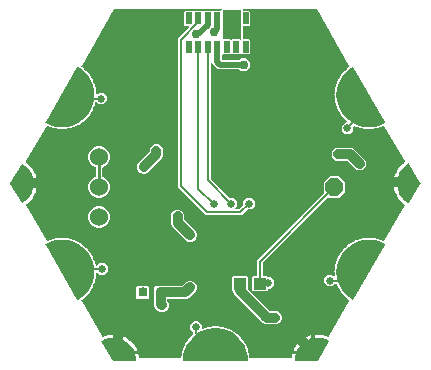
<source format=gbr>
G04 EAGLE Gerber RS-274X export*
G75*
%MOMM*%
%FSLAX34Y34*%
%LPD*%
%INTop Copper*%
%IPPOS*%
%AMOC8*
5,1,8,0,0,1.08239X$1,22.5*%
G01*
%ADD10R,0.800000X0.800000*%
%ADD11P,1.649562X8X22.500000*%
%ADD12R,1.100000X1.000000*%
%ADD13C,1.524000*%
%ADD14C,1.000000*%
%ADD15R,0.500000X1.000000*%
%ADD16C,0.508000*%
%ADD17C,0.756400*%
%ADD18C,0.812800*%
%ADD19C,0.656400*%
%ADD20C,0.203200*%
%ADD21C,0.254000*%

G36*
X-66778Y-475D02*
X-66778Y-475D01*
X-66750Y-477D01*
X-66682Y-455D01*
X-66611Y-441D01*
X-66588Y-425D01*
X-66561Y-416D01*
X-66507Y-369D01*
X-66447Y-328D01*
X-66432Y-305D01*
X-66411Y-286D01*
X-66379Y-221D01*
X-66340Y-161D01*
X-66336Y-133D01*
X-66323Y-107D01*
X-66314Y-6D01*
X-66307Y35D01*
X-66310Y45D01*
X-66309Y58D01*
X-66551Y3109D01*
X-66561Y3141D01*
X-66564Y3188D01*
X-67105Y5396D01*
X-64423Y5396D01*
X-64138Y4327D01*
X-63923Y2682D01*
X-63896Y2593D01*
X-63876Y2501D01*
X-63861Y2475D01*
X-63852Y2447D01*
X-63798Y2370D01*
X-63750Y2290D01*
X-63727Y2270D01*
X-63710Y2246D01*
X-63634Y2191D01*
X-63563Y2130D01*
X-63535Y2119D01*
X-63511Y2101D01*
X-63422Y2073D01*
X-63335Y2038D01*
X-63297Y2034D01*
X-63277Y2027D01*
X-63244Y2028D01*
X-63168Y2019D01*
X-28793Y2019D01*
X-28681Y2038D01*
X-28567Y2054D01*
X-28559Y2058D01*
X-28550Y2059D01*
X-28450Y2112D01*
X-28347Y2164D01*
X-28341Y2170D01*
X-28333Y2174D01*
X-28254Y2257D01*
X-28174Y2338D01*
X-28170Y2346D01*
X-28164Y2353D01*
X-28115Y2457D01*
X-28065Y2559D01*
X-28063Y2569D01*
X-28060Y2576D01*
X-28057Y2599D01*
X-28034Y2724D01*
X-27992Y3280D01*
X-27995Y3315D01*
X-27990Y3349D01*
X-28006Y3437D01*
X-28014Y3525D01*
X-28028Y3557D01*
X-28034Y3591D01*
X-28068Y3662D01*
X-27925Y4290D01*
X-27923Y4323D01*
X-27908Y4402D01*
X-27860Y5041D01*
X-27819Y5100D01*
X-27762Y5168D01*
X-27750Y5200D01*
X-27730Y5229D01*
X-27675Y5387D01*
X-27185Y7534D01*
X-27183Y7569D01*
X-27172Y7602D01*
X-27175Y7691D01*
X-27169Y7779D01*
X-27178Y7813D01*
X-27179Y7848D01*
X-27203Y7923D01*
X-26968Y8522D01*
X-26961Y8555D01*
X-26934Y8631D01*
X-26792Y9256D01*
X-26742Y9308D01*
X-26676Y9367D01*
X-26658Y9397D01*
X-26635Y9422D01*
X-26557Y9570D01*
X-25752Y11620D01*
X-25745Y11654D01*
X-25730Y11685D01*
X-25719Y11773D01*
X-25700Y11860D01*
X-25704Y11895D01*
X-25700Y11929D01*
X-25712Y12008D01*
X-25390Y12565D01*
X-25379Y12596D01*
X-25341Y12668D01*
X-25107Y13264D01*
X-25050Y13308D01*
X-24976Y13356D01*
X-24954Y13383D01*
X-24927Y13405D01*
X-24828Y13540D01*
X-23727Y15447D01*
X-23714Y15479D01*
X-23695Y15508D01*
X-23671Y15594D01*
X-23640Y15677D01*
X-23638Y15712D01*
X-23629Y15745D01*
X-23629Y15824D01*
X-23228Y16328D01*
X-23212Y16356D01*
X-23164Y16422D01*
X-22844Y16976D01*
X-22781Y17012D01*
X-22700Y17048D01*
X-22675Y17072D01*
X-22644Y17089D01*
X-22526Y17208D01*
X-21153Y18929D01*
X-21136Y18959D01*
X-21113Y18985D01*
X-21076Y19066D01*
X-21033Y19144D01*
X-21027Y19178D01*
X-21012Y19209D01*
X-21001Y19288D01*
X-20529Y19726D01*
X-20509Y19752D01*
X-20451Y19809D01*
X-20052Y20310D01*
X-20019Y20322D01*
X-19977Y20329D01*
X-19944Y20347D01*
X-19900Y20359D01*
X-19871Y20379D01*
X-19839Y20391D01*
X-19785Y20431D01*
X-19760Y20444D01*
X-19743Y20462D01*
X-19704Y20491D01*
X-18335Y21762D01*
X-18270Y21845D01*
X-18202Y21925D01*
X-18195Y21942D01*
X-18184Y21956D01*
X-18149Y22055D01*
X-18110Y22153D01*
X-18107Y22175D01*
X-18103Y22188D01*
X-18102Y22219D01*
X-18091Y22320D01*
X-18091Y23817D01*
X-18106Y23907D01*
X-18113Y23998D01*
X-18126Y24028D01*
X-18131Y24060D01*
X-18174Y24140D01*
X-18209Y24224D01*
X-18235Y24256D01*
X-18246Y24277D01*
X-18269Y24299D01*
X-18314Y24355D01*
X-20357Y26398D01*
X-20357Y30380D01*
X-17541Y33196D01*
X-13559Y33196D01*
X-10744Y30380D01*
X-10744Y27805D01*
X-10733Y27739D01*
X-10732Y27672D01*
X-10713Y27618D01*
X-10704Y27563D01*
X-10673Y27503D01*
X-10650Y27440D01*
X-10615Y27395D01*
X-10589Y27345D01*
X-10540Y27299D01*
X-10499Y27246D01*
X-10452Y27215D01*
X-10410Y27176D01*
X-10350Y27148D01*
X-10294Y27111D01*
X-10239Y27096D01*
X-10187Y27072D01*
X-10121Y27065D01*
X-10056Y27048D01*
X-9999Y27051D01*
X-9943Y27045D01*
X-9877Y27059D01*
X-9810Y27064D01*
X-9735Y27090D01*
X-9703Y27097D01*
X-9685Y27108D01*
X-9652Y27120D01*
X-9184Y27345D01*
X-9112Y27339D01*
X-9025Y27324D01*
X-8991Y27329D01*
X-8956Y27326D01*
X-8791Y27357D01*
X-6687Y28006D01*
X-6656Y28022D01*
X-6622Y28030D01*
X-6547Y28076D01*
X-6467Y28116D01*
X-6442Y28140D01*
X-6413Y28159D01*
X-6359Y28217D01*
X-5723Y28313D01*
X-5691Y28323D01*
X-5612Y28338D01*
X-5000Y28527D01*
X-4930Y28510D01*
X-4846Y28482D01*
X-4811Y28482D01*
X-4777Y28474D01*
X-4610Y28481D01*
X-2432Y28809D01*
X-2399Y28819D01*
X-2365Y28822D01*
X-2283Y28857D01*
X-2198Y28884D01*
X-2170Y28905D01*
X-2138Y28918D01*
X-2076Y28968D01*
X-1433Y28968D01*
X-1400Y28973D01*
X-1319Y28976D01*
X-686Y29072D01*
X-619Y29045D01*
X-540Y29005D01*
X-506Y28999D01*
X-474Y28986D01*
X-307Y28968D01*
X1895Y28968D01*
X1929Y28974D01*
X1963Y28971D01*
X2050Y28993D01*
X2137Y29008D01*
X2168Y29024D01*
X2202Y29033D01*
X2270Y29072D01*
X2907Y28976D01*
X2940Y28977D01*
X3020Y28968D01*
X3661Y28968D01*
X3723Y28932D01*
X3795Y28880D01*
X3828Y28869D01*
X3858Y28852D01*
X4020Y28809D01*
X6197Y28481D01*
X6232Y28481D01*
X6266Y28473D01*
X6354Y28483D01*
X6443Y28484D01*
X6476Y28495D01*
X6510Y28499D01*
X6584Y28528D01*
X7199Y28338D01*
X7232Y28334D01*
X7310Y28313D01*
X7943Y28217D01*
X7999Y28172D01*
X8063Y28110D01*
X8094Y28095D01*
X8121Y28073D01*
X8275Y28006D01*
X10379Y27357D01*
X10413Y27353D01*
X10445Y27340D01*
X10534Y27336D01*
X10622Y27324D01*
X10656Y27330D01*
X10691Y27329D01*
X10769Y27346D01*
X11348Y27067D01*
X11380Y27058D01*
X11454Y27026D01*
X12066Y26837D01*
X12115Y26784D01*
X12168Y26713D01*
X12197Y26693D01*
X12220Y26668D01*
X12362Y26579D01*
X14346Y25623D01*
X14380Y25614D01*
X14410Y25596D01*
X14497Y25579D01*
X14582Y25554D01*
X14617Y25555D01*
X14651Y25548D01*
X14730Y25555D01*
X15262Y25192D01*
X15292Y25178D01*
X15360Y25135D01*
X15937Y24857D01*
X15977Y24798D01*
X16020Y24720D01*
X16045Y24696D01*
X16064Y24667D01*
X16192Y24558D01*
X18011Y23318D01*
X18042Y23303D01*
X18070Y23281D01*
X18154Y23251D01*
X18234Y23214D01*
X18268Y23210D01*
X18301Y23198D01*
X18380Y23192D01*
X18852Y22754D01*
X18880Y22736D01*
X18941Y22684D01*
X19470Y22323D01*
X19480Y22301D01*
X19482Y22293D01*
X19491Y22278D01*
X19501Y22258D01*
X19531Y22174D01*
X19553Y22147D01*
X19568Y22116D01*
X19677Y21989D01*
X21291Y20491D01*
X21320Y20472D01*
X21344Y20447D01*
X21382Y20426D01*
X21413Y20400D01*
X21454Y20383D01*
X21496Y20355D01*
X21530Y20346D01*
X21560Y20330D01*
X21620Y20316D01*
X21641Y20308D01*
X22039Y19809D01*
X22044Y19804D01*
X22048Y19799D01*
X22069Y19780D01*
X22116Y19726D01*
X22586Y19290D01*
X22606Y19222D01*
X22624Y19134D01*
X22641Y19104D01*
X22651Y19071D01*
X22741Y18929D01*
X24114Y17208D01*
X24139Y17184D01*
X24159Y17156D01*
X24230Y17102D01*
X24296Y17043D01*
X24328Y17029D01*
X24356Y17008D01*
X24429Y16979D01*
X24751Y16422D01*
X24772Y16396D01*
X24815Y16328D01*
X25215Y15827D01*
X25225Y15756D01*
X25229Y15667D01*
X25242Y15635D01*
X25247Y15600D01*
X25314Y15447D01*
X26415Y13540D01*
X26437Y13513D01*
X26452Y13482D01*
X26515Y13418D01*
X26571Y13350D01*
X26600Y13331D01*
X26624Y13306D01*
X26693Y13267D01*
X26736Y13158D01*
X26928Y12668D01*
X26945Y12639D01*
X26978Y12565D01*
X27298Y12011D01*
X27297Y11939D01*
X27288Y11850D01*
X27296Y11817D01*
X27296Y11782D01*
X27340Y11620D01*
X28144Y9570D01*
X28162Y9540D01*
X28172Y9507D01*
X28224Y9435D01*
X28270Y9359D01*
X28296Y9336D01*
X28316Y9308D01*
X28379Y9259D01*
X28522Y8631D01*
X28534Y8601D01*
X28555Y8522D01*
X28789Y7926D01*
X28778Y7856D01*
X28756Y7769D01*
X28759Y7735D01*
X28753Y7701D01*
X28772Y7534D01*
X29262Y5387D01*
X29275Y5355D01*
X29281Y5321D01*
X29321Y5242D01*
X29355Y5159D01*
X29378Y5133D01*
X29393Y5102D01*
X29448Y5044D01*
X29496Y4402D01*
X29503Y4370D01*
X29513Y4290D01*
X29655Y3666D01*
X29633Y3597D01*
X29599Y3515D01*
X29596Y3481D01*
X29586Y3448D01*
X29580Y3280D01*
X29621Y2724D01*
X29648Y2613D01*
X29673Y2501D01*
X29677Y2493D01*
X29679Y2485D01*
X29740Y2388D01*
X29799Y2290D01*
X29805Y2284D01*
X29810Y2277D01*
X29899Y2204D01*
X29986Y2130D01*
X29994Y2127D01*
X30001Y2121D01*
X30107Y2081D01*
X30214Y2038D01*
X30224Y2037D01*
X30231Y2034D01*
X30254Y2034D01*
X30381Y2019D01*
X64756Y2019D01*
X64848Y2035D01*
X64942Y2043D01*
X64969Y2054D01*
X64999Y2059D01*
X65081Y2103D01*
X65167Y2140D01*
X65190Y2160D01*
X65216Y2174D01*
X65280Y2242D01*
X65350Y2305D01*
X65365Y2331D01*
X65385Y2353D01*
X65425Y2438D01*
X65471Y2519D01*
X65480Y2556D01*
X65489Y2576D01*
X65492Y2608D01*
X65511Y2682D01*
X65725Y4327D01*
X66010Y5396D01*
X68693Y5396D01*
X68151Y3188D01*
X68150Y3154D01*
X68139Y3109D01*
X67896Y58D01*
X67900Y30D01*
X67895Y2D01*
X67911Y-68D01*
X67920Y-139D01*
X67934Y-164D01*
X67941Y-191D01*
X67983Y-249D01*
X68019Y-311D01*
X68042Y-329D01*
X68059Y-351D01*
X68120Y-388D01*
X68178Y-431D01*
X68205Y-438D01*
X68230Y-453D01*
X68330Y-470D01*
X68371Y-480D01*
X68381Y-478D01*
X68394Y-481D01*
X87394Y-481D01*
X87470Y-465D01*
X87547Y-456D01*
X87567Y-445D01*
X87589Y-441D01*
X87653Y-397D01*
X87721Y-359D01*
X87736Y-340D01*
X87753Y-328D01*
X87777Y-291D01*
X87826Y-230D01*
X97326Y16270D01*
X97335Y16297D01*
X97352Y16320D01*
X97367Y16391D01*
X97389Y16458D01*
X97387Y16487D01*
X97393Y16515D01*
X97379Y16585D01*
X97374Y16657D01*
X97360Y16682D01*
X97355Y16710D01*
X97315Y16769D01*
X97282Y16833D01*
X97260Y16851D01*
X97244Y16875D01*
X97161Y16933D01*
X97128Y16959D01*
X97118Y16962D01*
X97107Y16970D01*
X94341Y18279D01*
X94308Y18287D01*
X94266Y18307D01*
X91326Y19155D01*
X91292Y19157D01*
X91247Y19171D01*
X88209Y19536D01*
X88175Y19533D01*
X88129Y19539D01*
X85072Y19412D01*
X85039Y19404D01*
X84992Y19402D01*
X84917Y19387D01*
X84917Y21958D01*
X85935Y22094D01*
X88826Y22097D01*
X91693Y21723D01*
X94486Y20978D01*
X96049Y20333D01*
X96114Y20318D01*
X96139Y20308D01*
X96159Y20306D01*
X96227Y20284D01*
X96258Y20284D01*
X96288Y20277D01*
X96380Y20286D01*
X96473Y20288D01*
X96502Y20298D01*
X96533Y20301D01*
X96618Y20339D01*
X96705Y20370D01*
X96729Y20389D01*
X96757Y20401D01*
X96801Y20441D01*
X96807Y20444D01*
X96826Y20464D01*
X96899Y20521D01*
X96922Y20552D01*
X96938Y20568D01*
X96954Y20596D01*
X96963Y20609D01*
X96976Y20623D01*
X96981Y20633D01*
X96998Y20656D01*
X114160Y50383D01*
X114201Y50490D01*
X114209Y50509D01*
X114220Y50534D01*
X114221Y50540D01*
X114244Y50596D01*
X114244Y50605D01*
X114247Y50613D01*
X114252Y50727D01*
X114258Y50842D01*
X114256Y50850D01*
X114256Y50859D01*
X114224Y50969D01*
X114194Y51079D01*
X114189Y51086D01*
X114187Y51095D01*
X114121Y51188D01*
X114057Y51283D01*
X114049Y51290D01*
X114045Y51296D01*
X114027Y51309D01*
X113930Y51393D01*
X113475Y51703D01*
X113443Y51717D01*
X113416Y51739D01*
X113332Y51769D01*
X113252Y51807D01*
X113217Y51810D01*
X113184Y51822D01*
X113105Y51828D01*
X112633Y52265D01*
X112606Y52284D01*
X112544Y52336D01*
X112015Y52697D01*
X111985Y52762D01*
X111954Y52845D01*
X111932Y52873D01*
X111918Y52904D01*
X111808Y53031D01*
X110192Y54530D01*
X110163Y54549D01*
X110139Y54574D01*
X110061Y54616D01*
X109987Y54665D01*
X109953Y54674D01*
X109923Y54691D01*
X109845Y54708D01*
X109444Y55211D01*
X109419Y55234D01*
X109366Y55295D01*
X108897Y55730D01*
X108876Y55799D01*
X108859Y55886D01*
X108841Y55916D01*
X108831Y55949D01*
X108742Y56091D01*
X107367Y57814D01*
X107341Y57837D01*
X107322Y57866D01*
X107251Y57919D01*
X107185Y57979D01*
X107153Y57993D01*
X107125Y58014D01*
X107051Y58042D01*
X106729Y58600D01*
X106708Y58625D01*
X106665Y58694D01*
X106266Y59194D01*
X106255Y59265D01*
X106251Y59354D01*
X106238Y59386D01*
X106233Y59421D01*
X106166Y59574D01*
X105063Y61483D01*
X105041Y61510D01*
X105026Y61541D01*
X104964Y61604D01*
X104908Y61673D01*
X104878Y61692D01*
X104854Y61716D01*
X104785Y61756D01*
X104550Y62355D01*
X104533Y62383D01*
X104500Y62457D01*
X104180Y63012D01*
X104181Y63084D01*
X104189Y63172D01*
X104182Y63206D01*
X104182Y63241D01*
X104138Y63403D01*
X103690Y64544D01*
X103689Y64544D01*
X103689Y64545D01*
X103624Y64654D01*
X103564Y64755D01*
X103563Y64756D01*
X103467Y64839D01*
X103377Y64915D01*
X103377Y64916D01*
X103376Y64916D01*
X103251Y64967D01*
X103150Y65008D01*
X103149Y65008D01*
X103148Y65008D01*
X102981Y65027D01*
X102305Y65027D01*
X102215Y65012D01*
X102124Y65005D01*
X102094Y64992D01*
X102062Y64987D01*
X101981Y64944D01*
X101897Y64909D01*
X101865Y64883D01*
X101845Y64872D01*
X101822Y64848D01*
X101766Y64804D01*
X99723Y62761D01*
X95741Y62761D01*
X92926Y65576D01*
X92926Y69558D01*
X95741Y72374D01*
X99723Y72374D01*
X100568Y71529D01*
X100649Y71471D01*
X100727Y71408D01*
X100749Y71400D01*
X100768Y71386D01*
X100863Y71357D01*
X100957Y71321D01*
X100980Y71320D01*
X101003Y71314D01*
X101103Y71316D01*
X101203Y71313D01*
X101225Y71319D01*
X101249Y71320D01*
X101343Y71354D01*
X101439Y71383D01*
X101458Y71396D01*
X101480Y71404D01*
X101558Y71467D01*
X101640Y71524D01*
X101653Y71543D01*
X101672Y71558D01*
X101726Y71642D01*
X101785Y71723D01*
X101792Y71745D01*
X101805Y71765D01*
X101829Y71862D01*
X101860Y71957D01*
X101861Y71986D01*
X101865Y72004D01*
X101862Y72036D01*
X101865Y72125D01*
X101729Y73944D01*
X101720Y73978D01*
X101720Y74012D01*
X101692Y74097D01*
X101671Y74183D01*
X101652Y74212D01*
X101641Y74245D01*
X101596Y74311D01*
X101644Y74953D01*
X101641Y74985D01*
X101644Y75066D01*
X101596Y75705D01*
X101628Y75769D01*
X101674Y75845D01*
X101682Y75879D01*
X101697Y75910D01*
X101728Y76075D01*
X101892Y78273D01*
X101889Y78307D01*
X101894Y78342D01*
X101878Y78430D01*
X101870Y78518D01*
X101856Y78550D01*
X101850Y78584D01*
X101816Y78655D01*
X101959Y79283D01*
X101961Y79316D01*
X101976Y79395D01*
X102023Y80034D01*
X102064Y80093D01*
X102121Y80161D01*
X102134Y80193D01*
X102154Y80222D01*
X102209Y80380D01*
X102699Y82529D01*
X102701Y82564D01*
X102711Y82597D01*
X102708Y82686D01*
X102714Y82775D01*
X102705Y82808D01*
X102704Y82843D01*
X102680Y82919D01*
X102915Y83518D01*
X102922Y83550D01*
X102949Y83627D01*
X103091Y84251D01*
X103140Y84303D01*
X103207Y84362D01*
X103224Y84392D01*
X103248Y84417D01*
X103326Y84566D01*
X104131Y86618D01*
X104138Y86652D01*
X104153Y86683D01*
X104164Y86771D01*
X104182Y86858D01*
X104178Y86893D01*
X104183Y86927D01*
X104171Y87006D01*
X104492Y87563D01*
X104504Y87594D01*
X104542Y87666D01*
X104775Y88262D01*
X104832Y88306D01*
X104906Y88355D01*
X104928Y88382D01*
X104955Y88403D01*
X105055Y88538D01*
X106156Y90447D01*
X106168Y90480D01*
X106188Y90509D01*
X106212Y90594D01*
X106243Y90678D01*
X106244Y90712D01*
X106254Y90746D01*
X106253Y90825D01*
X106655Y91328D01*
X106671Y91357D01*
X106719Y91422D01*
X107039Y91977D01*
X107101Y92012D01*
X107182Y92049D01*
X107207Y92073D01*
X107238Y92090D01*
X107356Y92209D01*
X108730Y93932D01*
X108747Y93962D01*
X108770Y93988D01*
X108806Y94069D01*
X108850Y94147D01*
X108856Y94181D01*
X108870Y94213D01*
X108882Y94291D01*
X109354Y94729D01*
X109374Y94755D01*
X109431Y94812D01*
X109830Y95313D01*
X109897Y95339D01*
X109983Y95363D01*
X110011Y95383D01*
X110044Y95395D01*
X110179Y95495D01*
X111794Y96995D01*
X111815Y97022D01*
X111842Y97044D01*
X111890Y97118D01*
X111945Y97189D01*
X111956Y97222D01*
X111975Y97251D01*
X111998Y97327D01*
X112530Y97689D01*
X112554Y97712D01*
X112619Y97760D01*
X113088Y98196D01*
X113158Y98211D01*
X113246Y98223D01*
X113278Y98238D01*
X113311Y98245D01*
X113460Y98324D01*
X115280Y99566D01*
X115306Y99590D01*
X115336Y99607D01*
X115394Y99674D01*
X115459Y99736D01*
X115475Y99766D01*
X115498Y99792D01*
X115532Y99864D01*
X116112Y100143D01*
X116139Y100162D01*
X116210Y100200D01*
X116739Y100561D01*
X116811Y100566D01*
X116900Y100564D01*
X116933Y100574D01*
X116967Y100576D01*
X117126Y100632D01*
X119111Y101589D01*
X119139Y101609D01*
X119172Y101622D01*
X119240Y101679D01*
X119312Y101730D01*
X119333Y101758D01*
X119360Y101781D01*
X119404Y101846D01*
X120019Y102036D01*
X120049Y102051D01*
X120125Y102078D01*
X120702Y102356D01*
X120774Y102350D01*
X120861Y102334D01*
X120895Y102340D01*
X120930Y102337D01*
X121095Y102368D01*
X123201Y103019D01*
X123231Y103034D01*
X123265Y103042D01*
X123341Y103089D01*
X123421Y103128D01*
X123445Y103153D01*
X123475Y103171D01*
X123529Y103229D01*
X124165Y103325D01*
X124196Y103335D01*
X124276Y103351D01*
X124888Y103540D01*
X124958Y103523D01*
X125042Y103495D01*
X125077Y103495D01*
X125110Y103487D01*
X125278Y103493D01*
X127457Y103823D01*
X127490Y103833D01*
X127525Y103836D01*
X127607Y103871D01*
X127691Y103898D01*
X127719Y103919D01*
X127751Y103932D01*
X127813Y103982D01*
X128457Y103982D01*
X128489Y103988D01*
X128570Y103991D01*
X129204Y104086D01*
X129270Y104060D01*
X129349Y104019D01*
X129384Y104014D01*
X129416Y104001D01*
X129582Y103983D01*
X131787Y103983D01*
X131821Y103989D01*
X131855Y103986D01*
X131941Y104009D01*
X132029Y104023D01*
X132060Y104039D01*
X132093Y104048D01*
X132162Y104088D01*
X132799Y103992D01*
X132832Y103993D01*
X132912Y103984D01*
X133552Y103984D01*
X133614Y103947D01*
X133686Y103896D01*
X133720Y103885D01*
X133749Y103868D01*
X133912Y103825D01*
X136091Y103497D01*
X136126Y103497D01*
X136160Y103490D01*
X136248Y103499D01*
X136337Y103500D01*
X136370Y103512D01*
X136404Y103515D01*
X136478Y103544D01*
X137093Y103355D01*
X137126Y103350D01*
X137204Y103330D01*
X137838Y103234D01*
X137893Y103189D01*
X137957Y103127D01*
X137988Y103112D01*
X138015Y103090D01*
X138169Y103023D01*
X140275Y102374D01*
X140310Y102370D01*
X140342Y102357D01*
X140431Y102353D01*
X140519Y102341D01*
X140553Y102347D01*
X140588Y102346D01*
X140665Y102364D01*
X141245Y102085D01*
X141277Y102075D01*
X141351Y102043D01*
X141963Y101854D01*
X142011Y101801D01*
X142065Y101731D01*
X142094Y101711D01*
X142117Y101685D01*
X142259Y101596D01*
X142772Y101350D01*
X142881Y101318D01*
X142991Y101283D01*
X143000Y101283D01*
X143008Y101280D01*
X143122Y101285D01*
X143237Y101286D01*
X143245Y101289D01*
X143254Y101290D01*
X143361Y101330D01*
X143469Y101368D01*
X143476Y101374D01*
X143484Y101377D01*
X143572Y101450D01*
X143662Y101520D01*
X143669Y101529D01*
X143674Y101533D01*
X143686Y101553D01*
X143762Y101655D01*
X160925Y131384D01*
X160958Y131472D01*
X160998Y131556D01*
X161002Y131586D01*
X161012Y131614D01*
X161016Y131708D01*
X161026Y131800D01*
X161020Y131830D01*
X161021Y131860D01*
X160995Y131950D01*
X160976Y132041D01*
X160960Y132067D01*
X160952Y132096D01*
X160898Y132172D01*
X160850Y132253D01*
X160823Y132279D01*
X160810Y132297D01*
X160784Y132317D01*
X160729Y132369D01*
X159494Y133317D01*
X159422Y133372D01*
X157374Y135420D01*
X155611Y137718D01*
X154163Y140226D01*
X153054Y142902D01*
X152305Y145699D01*
X151937Y148496D01*
X154530Y148496D01*
X154530Y148486D01*
X154531Y148482D01*
X154530Y148480D01*
X154537Y148453D01*
X154537Y148452D01*
X154536Y148406D01*
X155028Y145379D01*
X155040Y145347D01*
X155048Y145301D01*
X156019Y142393D01*
X156035Y142363D01*
X156050Y142319D01*
X157475Y139604D01*
X157496Y139578D01*
X157518Y139536D01*
X159360Y137085D01*
X159385Y137062D01*
X159413Y137025D01*
X161624Y134900D01*
X161653Y134882D01*
X161687Y134850D01*
X164210Y133108D01*
X164237Y133097D01*
X164259Y133078D01*
X164327Y133058D01*
X164393Y133030D01*
X164422Y133030D01*
X164450Y133021D01*
X164521Y133029D01*
X164592Y133029D01*
X164618Y133040D01*
X164647Y133044D01*
X164710Y133079D01*
X164775Y133106D01*
X164795Y133127D01*
X164821Y133141D01*
X164884Y133218D01*
X164914Y133249D01*
X164918Y133259D01*
X164926Y133270D01*
X174426Y149770D01*
X174437Y149801D01*
X174445Y149814D01*
X174449Y149839D01*
X174451Y149842D01*
X174482Y149913D01*
X174482Y149936D01*
X174489Y149958D01*
X174483Y150035D01*
X174484Y150112D01*
X174475Y150136D01*
X174474Y150157D01*
X174453Y150196D01*
X174426Y150268D01*
X164926Y166768D01*
X164907Y166790D01*
X164895Y166816D01*
X164842Y166864D01*
X164795Y166917D01*
X164769Y166930D01*
X164747Y166949D01*
X164680Y166972D01*
X164616Y167003D01*
X164587Y167004D01*
X164559Y167014D01*
X164488Y167009D01*
X164417Y167012D01*
X164390Y167002D01*
X164361Y167000D01*
X164270Y166958D01*
X164230Y166943D01*
X164222Y166935D01*
X164210Y166930D01*
X161687Y165188D01*
X161663Y165163D01*
X161624Y165137D01*
X159413Y163013D01*
X159394Y162985D01*
X159360Y162953D01*
X157518Y160502D01*
X157503Y160471D01*
X157475Y160434D01*
X156050Y157719D01*
X156041Y157687D01*
X156025Y157662D01*
X156024Y157654D01*
X156019Y157645D01*
X155048Y154736D01*
X155043Y154703D01*
X155028Y154658D01*
X154536Y151632D01*
X154538Y151598D01*
X154530Y151552D01*
X154530Y151542D01*
X151937Y151542D01*
X152305Y154338D01*
X153054Y157136D01*
X154163Y159811D01*
X155611Y162319D01*
X155642Y162361D01*
X157374Y164617D01*
X159422Y166665D01*
X160729Y167669D01*
X160793Y167736D01*
X160862Y167799D01*
X160877Y167826D01*
X160898Y167848D01*
X160937Y167932D01*
X160982Y168014D01*
X160988Y168044D01*
X161000Y168071D01*
X161010Y168164D01*
X161027Y168256D01*
X161023Y168286D01*
X161026Y168316D01*
X161006Y168407D01*
X160993Y168499D01*
X160977Y168535D01*
X160972Y168556D01*
X160956Y168584D01*
X160925Y168653D01*
X143762Y198382D01*
X143689Y198471D01*
X143619Y198561D01*
X143612Y198566D01*
X143606Y198573D01*
X143508Y198634D01*
X143414Y198696D01*
X143405Y198699D01*
X143397Y198704D01*
X143286Y198730D01*
X143176Y198760D01*
X143167Y198759D01*
X143158Y198761D01*
X143044Y198751D01*
X142930Y198743D01*
X142920Y198740D01*
X142913Y198739D01*
X142892Y198730D01*
X142772Y198688D01*
X142259Y198441D01*
X142231Y198421D01*
X142199Y198408D01*
X142131Y198351D01*
X142058Y198300D01*
X142037Y198272D01*
X142011Y198250D01*
X141966Y198184D01*
X141351Y197994D01*
X141322Y197980D01*
X141245Y197953D01*
X140668Y197675D01*
X140597Y197681D01*
X140509Y197697D01*
X140475Y197692D01*
X140440Y197695D01*
X140275Y197663D01*
X138169Y197014D01*
X138138Y196999D01*
X138104Y196991D01*
X138028Y196944D01*
X137949Y196905D01*
X137924Y196880D01*
X137895Y196862D01*
X137841Y196804D01*
X137204Y196708D01*
X137173Y196698D01*
X137093Y196683D01*
X136481Y196494D01*
X136412Y196511D01*
X136327Y196539D01*
X136293Y196539D01*
X136259Y196547D01*
X136091Y196541D01*
X133912Y196213D01*
X133879Y196202D01*
X133844Y196199D01*
X133762Y196165D01*
X133677Y196137D01*
X133650Y196117D01*
X133618Y196103D01*
X133556Y196054D01*
X132912Y196054D01*
X132880Y196049D01*
X132799Y196045D01*
X132165Y195950D01*
X132099Y195977D01*
X132020Y196018D01*
X131985Y196023D01*
X131953Y196036D01*
X131787Y196054D01*
X129582Y196055D01*
X129548Y196049D01*
X129514Y196052D01*
X129427Y196030D01*
X129340Y196015D01*
X129309Y195999D01*
X129275Y195990D01*
X129207Y195951D01*
X128570Y196047D01*
X128537Y196046D01*
X128457Y196055D01*
X127816Y196055D01*
X127755Y196092D01*
X127683Y196144D01*
X127649Y196154D01*
X127619Y196172D01*
X127457Y196215D01*
X125278Y196544D01*
X125243Y196544D01*
X125209Y196551D01*
X125121Y196542D01*
X125032Y196541D01*
X124999Y196530D01*
X124965Y196526D01*
X124891Y196497D01*
X124276Y196687D01*
X124243Y196691D01*
X124165Y196712D01*
X123532Y196808D01*
X123476Y196853D01*
X123413Y196915D01*
X123381Y196930D01*
X123354Y196952D01*
X123201Y197019D01*
X121095Y197669D01*
X121060Y197674D01*
X121028Y197687D01*
X120939Y197691D01*
X120851Y197703D01*
X120817Y197696D01*
X120782Y197698D01*
X120705Y197680D01*
X120125Y197960D01*
X120093Y197969D01*
X120019Y198001D01*
X119407Y198190D01*
X119359Y198243D01*
X119305Y198314D01*
X119277Y198334D01*
X119253Y198359D01*
X119111Y198449D01*
X118782Y198607D01*
X118767Y198612D01*
X118754Y198620D01*
X118649Y198646D01*
X118546Y198677D01*
X118530Y198676D01*
X118515Y198680D01*
X118408Y198672D01*
X118300Y198667D01*
X118286Y198662D01*
X118270Y198661D01*
X118171Y198619D01*
X118070Y198580D01*
X118058Y198571D01*
X118044Y198565D01*
X117913Y198460D01*
X117630Y198177D01*
X117585Y198114D01*
X117561Y198089D01*
X117556Y198079D01*
X117518Y198033D01*
X117505Y198003D01*
X117487Y197977D01*
X117460Y197890D01*
X117426Y197805D01*
X117421Y197764D01*
X117414Y197742D01*
X117415Y197710D01*
X117407Y197639D01*
X117407Y194749D01*
X114591Y191934D01*
X110609Y191934D01*
X107794Y194749D01*
X107794Y198731D01*
X110609Y201547D01*
X111309Y201547D01*
X111399Y201562D01*
X111489Y201569D01*
X111520Y201581D01*
X111552Y201587D01*
X111632Y201629D01*
X111716Y201665D01*
X111740Y201686D01*
X111770Y201702D01*
X111832Y201767D01*
X111900Y201828D01*
X111916Y201856D01*
X111939Y201880D01*
X111977Y201962D01*
X112022Y202041D01*
X112029Y202073D01*
X112043Y202103D01*
X112053Y202193D01*
X112070Y202282D01*
X112067Y202324D01*
X112070Y202348D01*
X112063Y202379D01*
X112057Y202450D01*
X112024Y202626D01*
X112012Y202659D01*
X112008Y202693D01*
X111970Y202774D01*
X111940Y202858D01*
X111918Y202885D01*
X111904Y202916D01*
X111794Y203043D01*
X110179Y204543D01*
X110150Y204562D01*
X110126Y204587D01*
X110048Y204630D01*
X109974Y204679D01*
X109940Y204688D01*
X109910Y204704D01*
X109832Y204722D01*
X109431Y205225D01*
X109407Y205247D01*
X109354Y205308D01*
X108885Y205744D01*
X108864Y205813D01*
X108846Y205900D01*
X108829Y205930D01*
X108819Y205963D01*
X108730Y206105D01*
X107356Y207829D01*
X107330Y207852D01*
X107311Y207881D01*
X107240Y207934D01*
X107174Y207994D01*
X107142Y208008D01*
X107114Y208029D01*
X107040Y208058D01*
X106719Y208615D01*
X106698Y208641D01*
X106655Y208709D01*
X106255Y209210D01*
X106245Y209281D01*
X106241Y209370D01*
X106228Y209402D01*
X106223Y209436D01*
X106156Y209590D01*
X105055Y211499D01*
X105033Y211526D01*
X105018Y211557D01*
X104955Y211621D01*
X104899Y211690D01*
X104870Y211708D01*
X104845Y211733D01*
X104776Y211772D01*
X104542Y212372D01*
X104525Y212400D01*
X104523Y212403D01*
X104523Y212404D01*
X104522Y212406D01*
X104492Y212474D01*
X104172Y213029D01*
X104173Y213101D01*
X104182Y213189D01*
X104174Y213223D01*
X104174Y213258D01*
X104131Y213420D01*
X103326Y215472D01*
X103308Y215502D01*
X103298Y215535D01*
X103246Y215606D01*
X103200Y215683D01*
X103174Y215706D01*
X103154Y215734D01*
X103092Y215783D01*
X102949Y216411D01*
X102936Y216441D01*
X102915Y216519D01*
X102681Y217116D01*
X102693Y217187D01*
X102715Y217273D01*
X102712Y217307D01*
X102718Y217342D01*
X102699Y217508D01*
X102209Y219657D01*
X102196Y219689D01*
X102190Y219724D01*
X102150Y219803D01*
X102116Y219885D01*
X102093Y219911D01*
X102078Y219942D01*
X102024Y220000D01*
X101976Y220642D01*
X101968Y220674D01*
X101959Y220755D01*
X101816Y221379D01*
X101838Y221447D01*
X101873Y221529D01*
X101875Y221564D01*
X101886Y221597D01*
X101892Y221765D01*
X101728Y223963D01*
X101720Y223996D01*
X101720Y224031D01*
X101691Y224115D01*
X101670Y224202D01*
X101652Y224231D01*
X101641Y224264D01*
X101596Y224329D01*
X101644Y224971D01*
X101641Y225004D01*
X101644Y225085D01*
X101596Y225724D01*
X101628Y225788D01*
X101675Y225864D01*
X101682Y225898D01*
X101698Y225929D01*
X101729Y226094D01*
X101894Y228291D01*
X101891Y228326D01*
X101896Y228360D01*
X101880Y228448D01*
X101873Y228537D01*
X101859Y228568D01*
X101853Y228602D01*
X101818Y228674D01*
X101961Y229301D01*
X101964Y229334D01*
X101978Y229414D01*
X102026Y230052D01*
X102067Y230111D01*
X102125Y230179D01*
X102137Y230212D01*
X102157Y230240D01*
X102212Y230399D01*
X102703Y232547D01*
X102706Y232582D01*
X102716Y232615D01*
X102713Y232704D01*
X102719Y232793D01*
X102710Y232826D01*
X102709Y232861D01*
X102685Y232937D01*
X102921Y233536D01*
X102928Y233568D01*
X102954Y233645D01*
X103097Y234269D01*
X103146Y234321D01*
X103213Y234380D01*
X103230Y234410D01*
X103254Y234435D01*
X103332Y234583D01*
X104138Y236635D01*
X104145Y236669D01*
X104160Y236700D01*
X104171Y236788D01*
X104190Y236875D01*
X104186Y236910D01*
X104190Y236944D01*
X104178Y237023D01*
X104500Y237580D01*
X104512Y237611D01*
X104550Y237683D01*
X104784Y238279D01*
X104840Y238323D01*
X104915Y238371D01*
X104937Y238398D01*
X104964Y238420D01*
X105063Y238555D01*
X106166Y240463D01*
X106178Y240496D01*
X106198Y240524D01*
X106222Y240610D01*
X106253Y240693D01*
X106254Y240728D01*
X106264Y240761D01*
X106264Y240841D01*
X106665Y241344D01*
X106678Y241367D01*
X106695Y241385D01*
X106703Y241403D01*
X106729Y241438D01*
X107049Y241992D01*
X107112Y242027D01*
X107193Y242064D01*
X107218Y242088D01*
X107249Y242105D01*
X107367Y242223D01*
X108742Y243946D01*
X108759Y243977D01*
X108782Y244002D01*
X108819Y244083D01*
X108862Y244161D01*
X108869Y244195D01*
X108883Y244227D01*
X108895Y244305D01*
X109366Y244743D01*
X109387Y244769D01*
X109444Y244826D01*
X109843Y245327D01*
X109910Y245352D01*
X109996Y245376D01*
X110025Y245396D01*
X110057Y245408D01*
X110192Y245508D01*
X111808Y247007D01*
X111829Y247034D01*
X111856Y247056D01*
X111904Y247131D01*
X111959Y247201D01*
X111970Y247234D01*
X111989Y247263D01*
X112012Y247339D01*
X112544Y247701D01*
X112568Y247724D01*
X112633Y247772D01*
X113103Y248207D01*
X113173Y248223D01*
X113261Y248234D01*
X113293Y248249D01*
X113326Y248256D01*
X113475Y248335D01*
X113930Y248645D01*
X114013Y248724D01*
X114097Y248801D01*
X114102Y248808D01*
X114108Y248814D01*
X114161Y248916D01*
X114217Y249016D01*
X114219Y249024D01*
X114223Y249032D01*
X114241Y249145D01*
X114262Y249257D01*
X114261Y249266D01*
X114262Y249275D01*
X114244Y249388D01*
X114228Y249501D01*
X114224Y249511D01*
X114222Y249517D01*
X114212Y249538D01*
X114160Y249655D01*
X86458Y297637D01*
X86415Y297690D01*
X86381Y297748D01*
X86338Y297784D01*
X86303Y297828D01*
X86245Y297864D01*
X86194Y297908D01*
X86142Y297929D01*
X86094Y297958D01*
X86028Y297974D01*
X85966Y298000D01*
X85887Y298008D01*
X85855Y298016D01*
X85834Y298014D01*
X85799Y298018D01*
X24892Y298018D01*
X24872Y298015D01*
X24853Y298017D01*
X24751Y297995D01*
X24649Y297978D01*
X24632Y297969D01*
X24612Y297965D01*
X24523Y297912D01*
X24432Y297863D01*
X24418Y297849D01*
X24401Y297839D01*
X24334Y297760D01*
X24262Y297685D01*
X24254Y297667D01*
X24241Y297652D01*
X24202Y297555D01*
X24159Y297462D01*
X24157Y297442D01*
X24149Y297423D01*
X24131Y297257D01*
X24131Y297098D01*
X24134Y297079D01*
X24132Y297059D01*
X24154Y296958D01*
X24170Y296856D01*
X24180Y296838D01*
X24184Y296819D01*
X24237Y296730D01*
X24286Y296638D01*
X24300Y296625D01*
X24310Y296608D01*
X24389Y296540D01*
X24464Y296469D01*
X24482Y296461D01*
X24497Y296448D01*
X24593Y296409D01*
X24687Y296365D01*
X24707Y296363D01*
X24725Y296356D01*
X24892Y296337D01*
X29513Y296337D01*
X30406Y295444D01*
X30406Y284181D01*
X29513Y283288D01*
X24892Y283288D01*
X24872Y283285D01*
X24853Y283287D01*
X24751Y283265D01*
X24649Y283248D01*
X24632Y283239D01*
X24612Y283234D01*
X24523Y283181D01*
X24432Y283133D01*
X24418Y283119D01*
X24401Y283108D01*
X24334Y283030D01*
X24262Y282955D01*
X24254Y282937D01*
X24241Y282921D01*
X24202Y282825D01*
X24159Y282732D01*
X24157Y282712D01*
X24149Y282693D01*
X24131Y282527D01*
X24131Y273098D01*
X24134Y273079D01*
X24132Y273059D01*
X24154Y272958D01*
X24170Y272856D01*
X24180Y272838D01*
X24184Y272819D01*
X24237Y272730D01*
X24286Y272638D01*
X24300Y272625D01*
X24310Y272608D01*
X24389Y272540D01*
X24464Y272469D01*
X24482Y272461D01*
X24497Y272448D01*
X24593Y272409D01*
X24687Y272365D01*
X24707Y272363D01*
X24725Y272356D01*
X24892Y272337D01*
X29513Y272337D01*
X30406Y271444D01*
X30406Y260181D01*
X29513Y259288D01*
X23250Y259288D01*
X22920Y259618D01*
X22903Y259630D01*
X22891Y259645D01*
X22804Y259701D01*
X22720Y259761D01*
X22701Y259767D01*
X22684Y259778D01*
X22584Y259803D01*
X22485Y259834D01*
X22465Y259833D01*
X22445Y259838D01*
X22342Y259830D01*
X22239Y259827D01*
X22220Y259821D01*
X22200Y259819D01*
X22105Y259779D01*
X22008Y259743D01*
X21992Y259731D01*
X21974Y259723D01*
X21843Y259618D01*
X21513Y259288D01*
X15250Y259288D01*
X14920Y259618D01*
X14903Y259630D01*
X14891Y259645D01*
X14804Y259701D01*
X14720Y259761D01*
X14701Y259767D01*
X14684Y259778D01*
X14584Y259803D01*
X14485Y259834D01*
X14465Y259833D01*
X14445Y259838D01*
X14342Y259830D01*
X14239Y259827D01*
X14220Y259821D01*
X14200Y259819D01*
X14105Y259779D01*
X14008Y259743D01*
X13992Y259731D01*
X13974Y259723D01*
X13843Y259618D01*
X13513Y259288D01*
X7207Y259288D01*
X7188Y259285D01*
X7168Y259287D01*
X7067Y259265D01*
X6964Y259248D01*
X6947Y259239D01*
X6927Y259234D01*
X6838Y259181D01*
X6747Y259133D01*
X6733Y259119D01*
X6716Y259108D01*
X6649Y259030D01*
X6578Y258955D01*
X6569Y258937D01*
X6556Y258921D01*
X6518Y258825D01*
X6474Y258732D01*
X6472Y258712D01*
X6464Y258693D01*
X6446Y258527D01*
X6446Y255420D01*
X6449Y255400D01*
X6447Y255380D01*
X6469Y255279D01*
X6486Y255177D01*
X6495Y255159D01*
X6499Y255140D01*
X6552Y255051D01*
X6601Y254960D01*
X6615Y254946D01*
X6625Y254929D01*
X6704Y254861D01*
X6779Y254790D01*
X6797Y254782D01*
X6812Y254769D01*
X6909Y254730D01*
X7002Y254687D01*
X7022Y254684D01*
X7041Y254677D01*
X7207Y254658D01*
X20851Y254658D01*
X20941Y254673D01*
X21032Y254680D01*
X21062Y254693D01*
X21094Y254698D01*
X21174Y254741D01*
X21258Y254777D01*
X21290Y254802D01*
X21311Y254813D01*
X21333Y254837D01*
X21389Y254881D01*
X22408Y255900D01*
X26804Y255900D01*
X29913Y252792D01*
X29913Y248396D01*
X26804Y245287D01*
X22408Y245287D01*
X21389Y246306D01*
X21315Y246359D01*
X21246Y246419D01*
X21216Y246431D01*
X21189Y246450D01*
X21102Y246476D01*
X21018Y246511D01*
X20977Y246515D01*
X20954Y246522D01*
X20922Y246521D01*
X20851Y246529D01*
X3310Y246529D01*
X-1778Y251618D01*
X-1837Y251659D01*
X-1889Y251709D01*
X-1936Y251731D01*
X-1978Y251761D01*
X-2047Y251782D01*
X-2112Y251812D01*
X-2164Y251818D01*
X-2213Y251834D01*
X-2285Y251832D01*
X-2356Y251840D01*
X-2407Y251828D01*
X-2459Y251827D01*
X-2527Y251803D01*
X-2597Y251787D01*
X-2641Y251761D01*
X-2690Y251743D01*
X-2746Y251698D01*
X-2808Y251661D01*
X-2842Y251622D01*
X-2882Y251589D01*
X-2921Y251529D01*
X-2968Y251474D01*
X-2987Y251426D01*
X-3015Y251382D01*
X-3033Y251313D01*
X-3060Y251246D01*
X-3067Y251175D01*
X-3075Y251144D01*
X-3073Y251120D01*
X-3078Y251079D01*
X-3078Y154061D01*
X-3063Y153971D01*
X-3056Y153880D01*
X-3044Y153851D01*
X-3038Y153819D01*
X-2996Y153738D01*
X-2960Y153654D01*
X-2934Y153622D01*
X-2923Y153601D01*
X-2900Y153579D01*
X-2855Y153523D01*
X12851Y137817D01*
X12925Y137764D01*
X12994Y137705D01*
X13025Y137692D01*
X13051Y137674D01*
X13138Y137647D01*
X13223Y137613D01*
X13263Y137608D01*
X13286Y137601D01*
X13318Y137602D01*
X13389Y137594D01*
X16279Y137594D01*
X19094Y134779D01*
X19094Y130796D01*
X17551Y129253D01*
X17509Y129195D01*
X17459Y129143D01*
X17437Y129095D01*
X17407Y129053D01*
X17386Y128985D01*
X17356Y128919D01*
X17350Y128868D01*
X17335Y128818D01*
X17336Y128746D01*
X17329Y128675D01*
X17340Y128624D01*
X17341Y128572D01*
X17366Y128505D01*
X17381Y128435D01*
X17408Y128390D01*
X17425Y128341D01*
X17470Y128285D01*
X17507Y128224D01*
X17547Y128190D01*
X17579Y128149D01*
X17639Y128110D01*
X17694Y128064D01*
X17742Y128044D01*
X17786Y128016D01*
X17856Y127999D01*
X17922Y127972D01*
X17993Y127964D01*
X18025Y127956D01*
X18048Y127958D01*
X18089Y127953D01*
X20626Y127953D01*
X20716Y127968D01*
X20807Y127975D01*
X20837Y127988D01*
X20869Y127993D01*
X20949Y128036D01*
X21033Y128071D01*
X21065Y128097D01*
X21086Y128108D01*
X21108Y128131D01*
X21164Y128176D01*
X24339Y131351D01*
X24392Y131425D01*
X24452Y131494D01*
X24464Y131525D01*
X24483Y131551D01*
X24509Y131638D01*
X24544Y131723D01*
X24548Y131763D01*
X24555Y131786D01*
X24554Y131818D01*
X24562Y131889D01*
X24562Y134779D01*
X27378Y137594D01*
X31360Y137594D01*
X34175Y134779D01*
X34175Y130796D01*
X31360Y127981D01*
X28470Y127981D01*
X28380Y127966D01*
X28289Y127959D01*
X28260Y127946D01*
X28228Y127941D01*
X28147Y127898D01*
X28063Y127863D01*
X28031Y127837D01*
X28010Y127826D01*
X27988Y127803D01*
X27932Y127758D01*
X23046Y122872D01*
X-7402Y122872D01*
X-31116Y146585D01*
X-31116Y272817D01*
X-21944Y281988D01*
X-21902Y282046D01*
X-21853Y282098D01*
X-21831Y282146D01*
X-21800Y282188D01*
X-21779Y282256D01*
X-21749Y282322D01*
X-21743Y282373D01*
X-21728Y282423D01*
X-21730Y282495D01*
X-21722Y282566D01*
X-21733Y282617D01*
X-21734Y282669D01*
X-21759Y282736D01*
X-21774Y282806D01*
X-21801Y282851D01*
X-21819Y282900D01*
X-21864Y282956D01*
X-21901Y283017D01*
X-21940Y283051D01*
X-21973Y283092D01*
X-22033Y283131D01*
X-22087Y283177D01*
X-22136Y283197D01*
X-22180Y283225D01*
X-22249Y283242D01*
X-22316Y283269D01*
X-22387Y283277D01*
X-22418Y283285D01*
X-22441Y283283D01*
X-22482Y283288D01*
X-24750Y283288D01*
X-25643Y284181D01*
X-25643Y295444D01*
X-24750Y296337D01*
X-18487Y296337D01*
X-18157Y296007D01*
X-18141Y295995D01*
X-18128Y295980D01*
X-18041Y295924D01*
X-17957Y295864D01*
X-17938Y295858D01*
X-17921Y295847D01*
X-17821Y295822D01*
X-17722Y295791D01*
X-17702Y295792D01*
X-17683Y295787D01*
X-17580Y295795D01*
X-17476Y295798D01*
X-17458Y295804D01*
X-17438Y295806D01*
X-17343Y295846D01*
X-17245Y295882D01*
X-17230Y295894D01*
X-17211Y295902D01*
X-17080Y296007D01*
X-16750Y296337D01*
X-10487Y296337D01*
X-10157Y296007D01*
X-10141Y295995D01*
X-10128Y295980D01*
X-10041Y295924D01*
X-9957Y295864D01*
X-9938Y295858D01*
X-9921Y295847D01*
X-9821Y295822D01*
X-9722Y295791D01*
X-9702Y295792D01*
X-9683Y295787D01*
X-9580Y295795D01*
X-9476Y295798D01*
X-9458Y295804D01*
X-9438Y295806D01*
X-9343Y295846D01*
X-9245Y295882D01*
X-9230Y295894D01*
X-9211Y295902D01*
X-9080Y296007D01*
X-8750Y296337D01*
X-2487Y296337D01*
X-2157Y296007D01*
X-2141Y295995D01*
X-2128Y295980D01*
X-2041Y295924D01*
X-1957Y295864D01*
X-1938Y295858D01*
X-1921Y295847D01*
X-1821Y295822D01*
X-1722Y295791D01*
X-1702Y295792D01*
X-1683Y295787D01*
X-1580Y295795D01*
X-1476Y295798D01*
X-1458Y295804D01*
X-1438Y295806D01*
X-1343Y295846D01*
X-1245Y295882D01*
X-1230Y295894D01*
X-1211Y295902D01*
X-1080Y296007D01*
X-750Y296337D01*
X5271Y296337D01*
X5290Y296340D01*
X5310Y296338D01*
X5411Y296360D01*
X5513Y296377D01*
X5531Y296386D01*
X5550Y296391D01*
X5639Y296444D01*
X5731Y296492D01*
X5744Y296506D01*
X5761Y296517D01*
X5829Y296595D01*
X5900Y296670D01*
X5908Y296688D01*
X5921Y296704D01*
X5960Y296800D01*
X6004Y296893D01*
X6006Y296913D01*
X6013Y296932D01*
X6032Y297098D01*
X6032Y297257D01*
X6029Y297276D01*
X6031Y297296D01*
X6009Y297397D01*
X5992Y297500D01*
X5983Y297517D01*
X5978Y297537D01*
X5925Y297626D01*
X5877Y297717D01*
X5863Y297731D01*
X5852Y297748D01*
X5774Y297815D01*
X5699Y297886D01*
X5681Y297895D01*
X5665Y297908D01*
X5569Y297946D01*
X5476Y297990D01*
X5456Y297992D01*
X5437Y298000D01*
X5271Y298018D01*
X-84212Y298018D01*
X-84278Y298007D01*
X-84346Y298006D01*
X-84399Y297987D01*
X-84454Y297978D01*
X-84514Y297947D01*
X-84578Y297924D01*
X-84622Y297889D01*
X-84672Y297863D01*
X-84718Y297814D01*
X-84771Y297773D01*
X-84818Y297709D01*
X-84841Y297685D01*
X-84850Y297666D01*
X-84871Y297637D01*
X-112573Y249655D01*
X-112613Y249547D01*
X-112656Y249441D01*
X-112657Y249433D01*
X-112660Y249425D01*
X-112664Y249310D01*
X-112671Y249196D01*
X-112669Y249187D01*
X-112669Y249179D01*
X-112636Y249069D01*
X-112606Y248959D01*
X-112602Y248951D01*
X-112599Y248943D01*
X-112533Y248849D01*
X-112470Y248754D01*
X-112462Y248747D01*
X-112458Y248742D01*
X-112439Y248728D01*
X-112342Y248645D01*
X-111887Y248335D01*
X-111856Y248320D01*
X-111828Y248299D01*
X-111745Y248268D01*
X-111664Y248231D01*
X-111630Y248227D01*
X-111597Y248215D01*
X-111518Y248210D01*
X-111046Y247772D01*
X-111018Y247754D01*
X-110957Y247701D01*
X-110428Y247340D01*
X-110397Y247276D01*
X-110367Y247192D01*
X-110345Y247165D01*
X-110330Y247134D01*
X-110220Y247007D01*
X-108604Y245508D01*
X-108575Y245489D01*
X-108552Y245463D01*
X-108473Y245421D01*
X-108399Y245372D01*
X-108366Y245363D01*
X-108335Y245347D01*
X-108258Y245329D01*
X-107856Y244826D01*
X-107832Y244804D01*
X-107779Y244743D01*
X-107309Y244307D01*
X-107289Y244239D01*
X-107271Y244151D01*
X-107254Y244121D01*
X-107244Y244088D01*
X-107154Y243946D01*
X-105780Y242223D01*
X-105754Y242200D01*
X-105734Y242172D01*
X-105663Y242118D01*
X-105597Y242058D01*
X-105565Y242045D01*
X-105537Y242024D01*
X-105464Y241995D01*
X-105142Y241438D01*
X-105121Y241412D01*
X-105077Y241344D01*
X-104678Y240843D01*
X-104668Y240772D01*
X-104663Y240683D01*
X-104651Y240651D01*
X-104646Y240617D01*
X-104579Y240463D01*
X-103476Y238555D01*
X-103454Y238528D01*
X-103439Y238497D01*
X-103376Y238433D01*
X-103320Y238364D01*
X-103291Y238346D01*
X-103266Y238321D01*
X-103198Y238282D01*
X-102962Y237683D01*
X-102945Y237654D01*
X-102913Y237580D01*
X-102592Y237026D01*
X-102593Y236954D01*
X-102602Y236865D01*
X-102594Y236831D01*
X-102594Y236797D01*
X-102551Y236635D01*
X-101745Y234583D01*
X-101727Y234554D01*
X-101717Y234521D01*
X-101664Y234448D01*
X-101619Y234372D01*
X-101593Y234349D01*
X-101572Y234321D01*
X-101510Y234272D01*
X-101367Y233645D01*
X-101354Y233614D01*
X-101333Y233536D01*
X-101099Y232940D01*
X-101110Y232869D01*
X-101132Y232783D01*
X-101130Y232748D01*
X-101135Y232714D01*
X-101116Y232547D01*
X-100625Y230399D01*
X-100612Y230366D01*
X-100606Y230332D01*
X-100566Y230253D01*
X-100532Y230171D01*
X-100509Y230144D01*
X-100493Y230114D01*
X-100439Y230056D01*
X-100391Y229414D01*
X-100383Y229382D01*
X-100374Y229301D01*
X-100231Y228677D01*
X-100253Y228609D01*
X-100287Y228527D01*
X-100290Y228492D01*
X-100301Y228459D01*
X-100306Y228291D01*
X-100154Y226269D01*
X-100144Y226227D01*
X-100143Y226184D01*
X-100115Y226108D01*
X-100096Y226030D01*
X-100073Y225993D01*
X-100058Y225953D01*
X-100008Y225890D01*
X-99965Y225822D01*
X-99932Y225794D01*
X-99905Y225761D01*
X-99837Y225717D01*
X-99775Y225666D01*
X-99734Y225651D01*
X-99698Y225628D01*
X-99620Y225608D01*
X-99545Y225580D01*
X-99501Y225578D01*
X-99459Y225568D01*
X-99379Y225574D01*
X-99299Y225571D01*
X-99257Y225583D01*
X-99214Y225587D01*
X-99140Y225618D01*
X-99063Y225641D01*
X-99028Y225666D01*
X-98988Y225683D01*
X-98872Y225776D01*
X-98862Y225783D01*
X-98860Y225785D01*
X-98857Y225788D01*
X-98060Y226585D01*
X-94078Y226585D01*
X-91262Y223769D01*
X-91262Y219787D01*
X-94078Y216971D01*
X-98060Y216971D01*
X-99670Y218581D01*
X-99759Y218645D01*
X-99846Y218712D01*
X-99859Y218717D01*
X-99870Y218725D01*
X-99974Y218757D01*
X-100078Y218793D01*
X-100092Y218793D01*
X-100105Y218797D01*
X-100214Y218794D01*
X-100324Y218795D01*
X-100337Y218791D01*
X-100351Y218791D01*
X-100454Y218753D01*
X-100558Y218719D01*
X-100569Y218711D01*
X-100582Y218706D01*
X-100668Y218637D01*
X-100755Y218572D01*
X-100763Y218561D01*
X-100774Y218552D01*
X-100833Y218460D01*
X-100896Y218370D01*
X-100901Y218355D01*
X-100907Y218345D01*
X-100914Y218318D01*
X-100951Y218212D01*
X-101111Y217508D01*
X-101113Y217474D01*
X-101123Y217440D01*
X-101121Y217351D01*
X-101126Y217263D01*
X-101117Y217229D01*
X-101116Y217194D01*
X-101093Y217119D01*
X-101328Y216520D01*
X-101335Y216487D01*
X-101361Y216411D01*
X-101504Y215786D01*
X-101553Y215734D01*
X-101619Y215675D01*
X-101637Y215645D01*
X-101661Y215620D01*
X-101739Y215472D01*
X-102543Y213420D01*
X-102550Y213386D01*
X-102565Y213354D01*
X-102576Y213266D01*
X-102595Y213179D01*
X-102591Y213145D01*
X-102595Y213110D01*
X-102583Y213032D01*
X-102905Y212474D01*
X-102916Y212443D01*
X-102954Y212372D01*
X-103188Y211775D01*
X-103244Y211731D01*
X-103319Y211683D01*
X-103340Y211656D01*
X-103368Y211634D01*
X-103467Y211499D01*
X-104569Y209590D01*
X-104581Y209558D01*
X-104600Y209529D01*
X-104624Y209443D01*
X-104655Y209360D01*
X-104657Y209325D01*
X-104666Y209292D01*
X-104666Y209213D01*
X-105067Y208709D01*
X-105083Y208680D01*
X-105131Y208615D01*
X-105451Y208060D01*
X-105513Y208025D01*
X-105595Y207989D01*
X-105620Y207965D01*
X-105650Y207948D01*
X-105768Y207829D01*
X-107142Y206105D01*
X-107159Y206075D01*
X-107183Y206050D01*
X-107219Y205968D01*
X-107262Y205891D01*
X-107269Y205857D01*
X-107283Y205825D01*
X-107295Y205746D01*
X-107766Y205308D01*
X-107787Y205283D01*
X-107844Y205225D01*
X-108243Y204724D01*
X-108310Y204699D01*
X-108395Y204675D01*
X-108424Y204655D01*
X-108456Y204643D01*
X-108591Y204543D01*
X-110206Y203043D01*
X-110228Y203015D01*
X-110255Y202994D01*
X-110303Y202919D01*
X-110357Y202849D01*
X-110369Y202816D01*
X-110387Y202787D01*
X-110411Y202711D01*
X-110942Y202348D01*
X-110966Y202325D01*
X-111031Y202277D01*
X-111501Y201841D01*
X-111571Y201826D01*
X-111659Y201815D01*
X-111690Y201800D01*
X-111724Y201792D01*
X-111872Y201714D01*
X-113693Y200472D01*
X-113718Y200448D01*
X-113748Y200430D01*
X-113807Y200363D01*
X-113871Y200302D01*
X-113887Y200271D01*
X-113910Y200245D01*
X-113944Y200174D01*
X-114524Y199894D01*
X-114551Y199875D01*
X-114623Y199837D01*
X-115152Y199476D01*
X-115223Y199472D01*
X-115312Y199474D01*
X-115345Y199463D01*
X-115380Y199461D01*
X-115538Y199405D01*
X-117524Y198448D01*
X-117552Y198429D01*
X-117584Y198416D01*
X-117652Y198358D01*
X-117725Y198307D01*
X-117746Y198279D01*
X-117772Y198257D01*
X-117817Y198191D01*
X-118432Y198001D01*
X-118461Y197987D01*
X-118538Y197960D01*
X-119114Y197682D01*
X-119186Y197688D01*
X-119273Y197703D01*
X-119308Y197698D01*
X-119342Y197701D01*
X-119507Y197669D01*
X-121613Y197019D01*
X-121644Y197003D01*
X-121678Y196996D01*
X-121754Y196949D01*
X-121833Y196909D01*
X-121858Y196885D01*
X-121887Y196867D01*
X-121941Y196808D01*
X-122578Y196712D01*
X-122609Y196702D01*
X-122688Y196687D01*
X-123300Y196498D01*
X-123370Y196514D01*
X-123454Y196543D01*
X-123489Y196543D01*
X-123523Y196551D01*
X-123690Y196544D01*
X-125870Y196215D01*
X-125903Y196204D01*
X-125937Y196201D01*
X-126019Y196167D01*
X-126104Y196139D01*
X-126132Y196119D01*
X-126164Y196105D01*
X-126226Y196055D01*
X-126869Y196055D01*
X-126902Y196050D01*
X-126983Y196047D01*
X-127616Y195951D01*
X-127682Y195978D01*
X-127762Y196018D01*
X-127796Y196024D01*
X-127828Y196036D01*
X-127995Y196055D01*
X-130199Y196054D01*
X-130233Y196049D01*
X-130268Y196051D01*
X-130354Y196029D01*
X-130442Y196014D01*
X-130472Y195998D01*
X-130506Y195989D01*
X-130575Y195950D01*
X-131211Y196045D01*
X-131244Y196045D01*
X-131325Y196054D01*
X-131965Y196054D01*
X-132027Y196090D01*
X-132099Y196142D01*
X-132132Y196152D01*
X-132162Y196170D01*
X-132324Y196213D01*
X-134504Y196541D01*
X-134538Y196540D01*
X-134572Y196548D01*
X-134661Y196539D01*
X-134750Y196537D01*
X-134783Y196526D01*
X-134817Y196522D01*
X-134891Y196493D01*
X-135506Y196683D01*
X-135539Y196687D01*
X-135617Y196708D01*
X-136250Y196803D01*
X-136306Y196848D01*
X-136369Y196910D01*
X-136401Y196925D01*
X-136428Y196947D01*
X-136582Y197014D01*
X-138688Y197663D01*
X-138722Y197668D01*
X-138755Y197680D01*
X-138844Y197685D01*
X-138932Y197697D01*
X-138966Y197690D01*
X-139000Y197692D01*
X-139078Y197674D01*
X-139658Y197953D01*
X-139689Y197962D01*
X-139763Y197994D01*
X-140376Y198183D01*
X-140424Y198236D01*
X-140478Y198307D01*
X-140506Y198327D01*
X-140530Y198352D01*
X-140672Y198441D01*
X-141185Y198688D01*
X-141293Y198720D01*
X-141403Y198755D01*
X-141412Y198755D01*
X-141421Y198757D01*
X-141535Y198753D01*
X-141649Y198751D01*
X-141657Y198748D01*
X-141666Y198748D01*
X-141774Y198707D01*
X-141881Y198669D01*
X-141888Y198664D01*
X-141896Y198661D01*
X-141985Y198588D01*
X-142075Y198518D01*
X-142081Y198509D01*
X-142087Y198504D01*
X-142099Y198485D01*
X-142174Y198382D01*
X-159338Y168653D01*
X-159371Y168566D01*
X-159411Y168481D01*
X-159414Y168451D01*
X-159425Y168423D01*
X-159428Y168330D01*
X-159439Y168237D01*
X-159433Y168207D01*
X-159434Y168177D01*
X-159407Y168088D01*
X-159388Y167997D01*
X-159373Y167970D01*
X-159364Y167941D01*
X-159310Y167865D01*
X-159263Y167785D01*
X-159235Y167758D01*
X-159223Y167740D01*
X-159196Y167721D01*
X-159142Y167669D01*
X-158428Y167120D01*
X-157834Y166665D01*
X-155786Y164617D01*
X-154023Y162319D01*
X-152575Y159812D01*
X-151467Y157136D01*
X-150717Y154338D01*
X-150349Y151542D01*
X-152943Y151542D01*
X-152943Y151552D01*
X-152949Y151585D01*
X-152949Y151632D01*
X-153441Y154658D01*
X-153453Y154690D01*
X-153460Y154736D01*
X-154431Y157645D01*
X-154444Y157668D01*
X-154450Y157693D01*
X-154457Y157702D01*
X-154463Y157719D01*
X-155887Y160434D01*
X-155909Y160460D01*
X-155930Y160502D01*
X-157772Y162953D01*
X-157798Y162975D01*
X-157826Y163013D01*
X-160037Y165137D01*
X-160066Y165155D01*
X-160099Y165188D01*
X-162623Y166930D01*
X-162649Y166941D01*
X-162672Y166959D01*
X-162740Y166980D01*
X-162806Y167008D01*
X-162834Y167008D01*
X-162862Y167016D01*
X-162933Y167008D01*
X-163004Y167008D01*
X-163031Y166997D01*
X-163060Y166994D01*
X-163122Y166959D01*
X-163188Y166931D01*
X-163208Y166910D01*
X-163233Y166896D01*
X-163297Y166819D01*
X-163326Y166789D01*
X-163330Y166778D01*
X-163339Y166768D01*
X-172839Y150268D01*
X-172863Y150195D01*
X-172894Y150124D01*
X-172895Y150101D01*
X-172902Y150079D01*
X-172896Y150003D01*
X-172897Y149926D01*
X-172888Y149901D01*
X-172886Y149881D01*
X-172866Y149841D01*
X-172846Y149789D01*
X-172845Y149784D01*
X-172844Y149782D01*
X-172839Y149770D01*
X-163339Y133270D01*
X-163320Y133248D01*
X-163308Y133222D01*
X-163255Y133174D01*
X-163207Y133121D01*
X-163181Y133108D01*
X-163160Y133089D01*
X-163092Y133065D01*
X-163028Y133035D01*
X-162999Y133033D01*
X-162972Y133024D01*
X-162901Y133029D01*
X-162829Y133025D01*
X-162802Y133036D01*
X-162773Y133038D01*
X-162683Y133080D01*
X-162643Y133095D01*
X-162635Y133102D01*
X-162623Y133108D01*
X-160099Y134850D01*
X-160076Y134874D01*
X-160037Y134900D01*
X-157826Y137025D01*
X-157806Y137052D01*
X-157772Y137085D01*
X-155930Y139536D01*
X-155916Y139567D01*
X-155887Y139604D01*
X-154463Y142319D01*
X-154453Y142351D01*
X-154431Y142393D01*
X-153460Y145301D01*
X-153456Y145335D01*
X-153441Y145379D01*
X-152949Y148406D01*
X-152950Y148439D01*
X-152943Y148486D01*
X-152943Y148496D01*
X-150349Y148496D01*
X-150717Y145699D01*
X-151467Y142902D01*
X-152575Y140226D01*
X-154023Y137718D01*
X-154041Y137695D01*
X-155786Y135420D01*
X-157834Y133372D01*
X-159142Y132369D01*
X-159206Y132301D01*
X-159275Y132238D01*
X-159290Y132212D01*
X-159310Y132190D01*
X-159349Y132105D01*
X-159395Y132023D01*
X-159400Y131994D01*
X-159413Y131966D01*
X-159423Y131873D01*
X-159440Y131782D01*
X-159435Y131752D01*
X-159439Y131721D01*
X-159418Y131630D01*
X-159405Y131538D01*
X-159390Y131503D01*
X-159385Y131481D01*
X-159368Y131453D01*
X-159338Y131384D01*
X-142174Y101655D01*
X-142101Y101566D01*
X-142031Y101477D01*
X-142024Y101472D01*
X-142018Y101465D01*
X-141921Y101404D01*
X-141826Y101341D01*
X-141818Y101339D01*
X-141810Y101334D01*
X-141699Y101307D01*
X-141588Y101278D01*
X-141579Y101279D01*
X-141571Y101276D01*
X-141457Y101287D01*
X-141343Y101294D01*
X-141333Y101298D01*
X-141326Y101298D01*
X-141304Y101308D01*
X-141185Y101350D01*
X-140672Y101596D01*
X-140644Y101616D01*
X-140611Y101629D01*
X-140543Y101687D01*
X-140470Y101738D01*
X-140450Y101765D01*
X-140423Y101788D01*
X-140379Y101853D01*
X-139763Y102043D01*
X-139734Y102058D01*
X-139658Y102085D01*
X-139081Y102362D01*
X-139009Y102356D01*
X-138922Y102341D01*
X-138887Y102346D01*
X-138853Y102343D01*
X-138688Y102374D01*
X-136582Y103023D01*
X-136550Y103039D01*
X-136517Y103047D01*
X-136441Y103093D01*
X-136361Y103133D01*
X-136337Y103157D01*
X-136307Y103176D01*
X-136253Y103234D01*
X-135617Y103330D01*
X-135585Y103340D01*
X-135506Y103355D01*
X-134894Y103543D01*
X-134824Y103527D01*
X-134740Y103498D01*
X-134705Y103498D01*
X-134671Y103490D01*
X-134504Y103497D01*
X-132324Y103825D01*
X-132291Y103835D01*
X-132257Y103838D01*
X-132175Y103873D01*
X-132090Y103900D01*
X-132062Y103921D01*
X-132030Y103934D01*
X-131968Y103984D01*
X-131325Y103984D01*
X-131292Y103989D01*
X-131211Y103992D01*
X-130578Y104087D01*
X-130511Y104061D01*
X-130432Y104020D01*
X-130398Y104015D01*
X-130366Y104002D01*
X-130199Y103983D01*
X-127995Y103983D01*
X-127961Y103988D01*
X-127926Y103986D01*
X-127840Y104008D01*
X-127752Y104022D01*
X-127721Y104038D01*
X-127688Y104047D01*
X-127619Y104087D01*
X-126983Y103991D01*
X-126950Y103991D01*
X-126869Y103982D01*
X-126229Y103982D01*
X-126167Y103946D01*
X-126095Y103894D01*
X-126062Y103883D01*
X-126032Y103866D01*
X-125870Y103823D01*
X-123690Y103493D01*
X-123656Y103494D01*
X-123622Y103486D01*
X-123534Y103495D01*
X-123445Y103496D01*
X-123412Y103508D01*
X-123377Y103511D01*
X-123303Y103541D01*
X-122688Y103351D01*
X-122656Y103346D01*
X-122578Y103325D01*
X-121944Y103230D01*
X-121889Y103185D01*
X-121825Y103122D01*
X-121794Y103107D01*
X-121767Y103085D01*
X-121613Y103019D01*
X-119507Y102368D01*
X-119473Y102364D01*
X-119440Y102351D01*
X-119351Y102347D01*
X-119263Y102335D01*
X-119229Y102341D01*
X-119195Y102339D01*
X-119117Y102357D01*
X-118538Y102078D01*
X-118506Y102068D01*
X-118432Y102036D01*
X-117820Y101847D01*
X-117771Y101794D01*
X-117718Y101723D01*
X-117689Y101704D01*
X-117666Y101678D01*
X-117524Y101589D01*
X-115538Y100632D01*
X-115505Y100622D01*
X-115475Y100605D01*
X-115387Y100588D01*
X-115302Y100562D01*
X-115268Y100564D01*
X-115234Y100557D01*
X-115154Y100563D01*
X-114623Y100200D01*
X-114593Y100186D01*
X-114524Y100143D01*
X-113947Y99865D01*
X-113907Y99806D01*
X-113865Y99728D01*
X-113839Y99704D01*
X-113820Y99675D01*
X-113693Y99566D01*
X-111872Y98324D01*
X-111841Y98309D01*
X-111813Y98288D01*
X-111730Y98257D01*
X-111649Y98220D01*
X-111615Y98216D01*
X-111582Y98204D01*
X-111503Y98198D01*
X-111031Y97760D01*
X-111004Y97742D01*
X-110942Y97689D01*
X-110413Y97328D01*
X-110383Y97264D01*
X-110352Y97180D01*
X-110331Y97153D01*
X-110316Y97122D01*
X-110206Y96995D01*
X-108591Y95495D01*
X-108562Y95476D01*
X-108539Y95450D01*
X-108460Y95408D01*
X-108386Y95359D01*
X-108353Y95350D01*
X-108322Y95333D01*
X-108245Y95316D01*
X-107844Y94812D01*
X-107819Y94790D01*
X-107766Y94729D01*
X-107297Y94293D01*
X-107277Y94225D01*
X-107259Y94137D01*
X-107242Y94107D01*
X-107232Y94074D01*
X-107142Y93932D01*
X-105768Y92209D01*
X-105743Y92185D01*
X-105723Y92157D01*
X-105652Y92103D01*
X-105586Y92043D01*
X-105554Y92030D01*
X-105527Y92009D01*
X-105453Y91980D01*
X-105131Y91422D01*
X-105110Y91397D01*
X-105067Y91328D01*
X-104668Y90827D01*
X-104658Y90757D01*
X-104653Y90668D01*
X-104641Y90635D01*
X-104636Y90601D01*
X-104569Y90447D01*
X-103467Y88538D01*
X-103445Y88511D01*
X-103430Y88480D01*
X-103368Y88417D01*
X-103311Y88348D01*
X-103282Y88329D01*
X-103258Y88305D01*
X-103189Y88265D01*
X-102954Y87666D01*
X-102937Y87638D01*
X-102905Y87563D01*
X-102585Y87009D01*
X-102585Y86937D01*
X-102594Y86848D01*
X-102587Y86815D01*
X-102587Y86780D01*
X-102543Y86618D01*
X-101739Y84566D01*
X-101721Y84536D01*
X-101711Y84503D01*
X-101658Y84431D01*
X-101613Y84354D01*
X-101587Y84332D01*
X-101566Y84304D01*
X-101504Y84254D01*
X-101361Y83627D01*
X-101349Y83596D01*
X-101328Y83518D01*
X-101094Y82922D01*
X-101096Y82917D01*
X-101099Y82888D01*
X-101105Y82851D01*
X-101127Y82765D01*
X-101125Y82730D01*
X-101130Y82696D01*
X-101111Y82529D01*
X-100722Y80823D01*
X-100700Y80769D01*
X-100688Y80712D01*
X-100654Y80656D01*
X-100629Y80595D01*
X-100592Y80551D01*
X-100562Y80501D01*
X-100512Y80458D01*
X-100469Y80409D01*
X-100419Y80379D01*
X-100375Y80341D01*
X-100314Y80317D01*
X-100257Y80283D01*
X-100201Y80271D01*
X-100147Y80249D01*
X-100048Y80238D01*
X-100017Y80232D01*
X-100003Y80233D01*
X-99980Y80231D01*
X-99955Y80231D01*
X-99865Y80246D01*
X-99774Y80253D01*
X-99745Y80265D01*
X-99713Y80271D01*
X-99632Y80313D01*
X-99548Y80349D01*
X-99516Y80375D01*
X-99495Y80386D01*
X-99473Y80409D01*
X-99417Y80454D01*
X-97374Y82497D01*
X-93392Y82497D01*
X-90576Y79681D01*
X-90576Y75699D01*
X-93392Y72883D01*
X-97374Y72883D01*
X-98849Y74358D01*
X-98884Y74383D01*
X-98913Y74415D01*
X-98983Y74455D01*
X-99048Y74502D01*
X-99090Y74514D01*
X-99128Y74535D01*
X-99207Y74550D01*
X-99284Y74574D01*
X-99327Y74573D01*
X-99369Y74581D01*
X-99449Y74570D01*
X-99529Y74568D01*
X-99570Y74553D01*
X-99613Y74547D01*
X-99685Y74511D01*
X-99760Y74483D01*
X-99794Y74456D01*
X-99833Y74437D01*
X-99890Y74380D01*
X-99952Y74329D01*
X-99976Y74293D01*
X-100006Y74262D01*
X-100042Y74190D01*
X-100085Y74123D01*
X-100096Y74081D01*
X-100115Y74042D01*
X-100142Y73896D01*
X-100146Y73884D01*
X-100145Y73881D01*
X-100146Y73877D01*
X-100306Y71746D01*
X-100303Y71712D01*
X-100309Y71677D01*
X-100293Y71590D01*
X-100285Y71501D01*
X-100271Y71469D01*
X-100265Y71435D01*
X-100231Y71364D01*
X-100374Y70736D01*
X-100376Y70703D01*
X-100391Y70624D01*
X-100439Y69985D01*
X-100480Y69926D01*
X-100537Y69858D01*
X-100550Y69826D01*
X-100570Y69797D01*
X-100625Y69639D01*
X-101116Y67490D01*
X-101118Y67456D01*
X-101128Y67422D01*
X-101126Y67334D01*
X-101131Y67245D01*
X-101122Y67211D01*
X-101121Y67177D01*
X-101098Y67101D01*
X-101333Y66502D01*
X-101340Y66470D01*
X-101367Y66393D01*
X-101509Y65769D01*
X-101559Y65717D01*
X-101625Y65658D01*
X-101643Y65628D01*
X-101667Y65602D01*
X-101745Y65454D01*
X-102551Y63403D01*
X-102558Y63369D01*
X-102573Y63337D01*
X-102584Y63249D01*
X-102602Y63162D01*
X-102598Y63128D01*
X-102603Y63093D01*
X-102591Y63015D01*
X-102913Y62457D01*
X-102924Y62427D01*
X-102962Y62355D01*
X-103196Y61759D01*
X-103253Y61715D01*
X-103327Y61666D01*
X-103349Y61639D01*
X-103376Y61618D01*
X-103476Y61483D01*
X-104579Y59574D01*
X-104591Y59542D01*
X-104610Y59513D01*
X-104634Y59427D01*
X-104666Y59344D01*
X-104667Y59310D01*
X-104676Y59276D01*
X-104676Y59197D01*
X-105077Y58694D01*
X-105094Y58665D01*
X-105142Y58600D01*
X-105462Y58045D01*
X-105524Y58010D01*
X-105605Y57974D01*
X-105631Y57950D01*
X-105661Y57933D01*
X-105780Y57814D01*
X-107154Y56091D01*
X-107171Y56061D01*
X-107195Y56035D01*
X-107231Y55954D01*
X-107275Y55877D01*
X-107281Y55843D01*
X-107295Y55811D01*
X-107307Y55732D01*
X-107779Y55295D01*
X-107799Y55269D01*
X-107856Y55211D01*
X-108256Y54711D01*
X-108323Y54685D01*
X-108408Y54661D01*
X-108437Y54642D01*
X-108469Y54629D01*
X-108604Y54530D01*
X-110221Y53031D01*
X-110242Y53003D01*
X-110269Y52982D01*
X-110317Y52907D01*
X-110371Y52837D01*
X-110383Y52804D01*
X-110402Y52775D01*
X-110425Y52699D01*
X-110957Y52336D01*
X-110981Y52314D01*
X-111046Y52265D01*
X-111515Y51830D01*
X-111585Y51815D01*
X-111674Y51804D01*
X-111705Y51789D01*
X-111739Y51781D01*
X-111887Y51703D01*
X-112342Y51393D01*
X-112425Y51314D01*
X-112510Y51237D01*
X-112514Y51229D01*
X-112521Y51223D01*
X-112574Y51122D01*
X-112630Y51022D01*
X-112631Y51013D01*
X-112635Y51006D01*
X-112654Y50893D01*
X-112675Y50780D01*
X-112673Y50771D01*
X-112675Y50763D01*
X-112656Y50650D01*
X-112640Y50536D01*
X-112636Y50527D01*
X-112635Y50520D01*
X-112624Y50500D01*
X-112609Y50465D01*
X-112608Y50460D01*
X-112603Y50452D01*
X-112573Y50383D01*
X-95411Y20656D01*
X-95367Y20603D01*
X-95341Y20560D01*
X-95326Y20546D01*
X-95299Y20508D01*
X-95274Y20490D01*
X-95255Y20466D01*
X-95176Y20417D01*
X-95157Y20402D01*
X-95154Y20400D01*
X-95153Y20399D01*
X-95102Y20361D01*
X-95073Y20352D01*
X-95047Y20335D01*
X-94956Y20313D01*
X-94868Y20285D01*
X-94837Y20285D01*
X-94807Y20278D01*
X-94715Y20286D01*
X-94622Y20287D01*
X-94585Y20298D01*
X-94562Y20299D01*
X-94533Y20313D01*
X-94461Y20333D01*
X-92898Y20978D01*
X-90105Y21723D01*
X-87239Y22097D01*
X-84348Y22094D01*
X-83329Y21958D01*
X-83329Y19387D01*
X-83405Y19402D01*
X-83439Y19402D01*
X-83484Y19412D01*
X-86542Y19539D01*
X-86575Y19534D01*
X-86622Y19536D01*
X-89660Y19171D01*
X-89692Y19160D01*
X-89739Y19155D01*
X-92679Y18307D01*
X-92709Y18291D01*
X-92754Y18279D01*
X-95520Y16970D01*
X-95543Y16953D01*
X-95570Y16943D01*
X-95622Y16894D01*
X-95679Y16851D01*
X-95693Y16826D01*
X-95714Y16807D01*
X-95743Y16741D01*
X-95779Y16679D01*
X-95783Y16651D01*
X-95794Y16624D01*
X-95795Y16553D01*
X-95804Y16482D01*
X-95796Y16454D01*
X-95797Y16426D01*
X-95762Y16331D01*
X-95750Y16290D01*
X-95743Y16282D01*
X-95739Y16270D01*
X-86239Y-230D01*
X-86187Y-289D01*
X-86141Y-351D01*
X-86122Y-363D01*
X-86107Y-379D01*
X-86037Y-413D01*
X-85970Y-453D01*
X-85946Y-457D01*
X-85928Y-465D01*
X-85883Y-467D01*
X-85806Y-481D01*
X-66806Y-481D01*
X-66778Y-475D01*
G37*
G36*
X132735Y197586D02*
X132735Y197586D01*
X132778Y197585D01*
X136771Y198185D01*
X136801Y198196D01*
X136844Y198202D01*
X140702Y199391D01*
X140730Y199406D01*
X140772Y199418D01*
X144410Y201169D01*
X144432Y201185D01*
X144457Y201195D01*
X144510Y201245D01*
X144569Y201289D01*
X144582Y201313D01*
X144602Y201331D01*
X144631Y201398D01*
X144668Y201462D01*
X144671Y201489D01*
X144682Y201513D01*
X144683Y201587D01*
X144691Y201659D01*
X144684Y201685D01*
X144684Y201712D01*
X144648Y201811D01*
X144636Y201850D01*
X144630Y201857D01*
X144626Y201868D01*
X117626Y248668D01*
X117608Y248689D01*
X117597Y248713D01*
X117543Y248763D01*
X117495Y248817D01*
X117470Y248829D01*
X117450Y248847D01*
X117381Y248872D01*
X117315Y248903D01*
X117288Y248904D01*
X117262Y248913D01*
X117189Y248909D01*
X117116Y248912D01*
X117091Y248903D01*
X117064Y248901D01*
X116968Y248857D01*
X116930Y248843D01*
X116923Y248836D01*
X116913Y248831D01*
X113576Y246558D01*
X113554Y246535D01*
X113517Y246511D01*
X110557Y243766D01*
X110538Y243740D01*
X110506Y243711D01*
X107988Y240555D01*
X107973Y240527D01*
X107946Y240494D01*
X105926Y236998D01*
X105915Y236968D01*
X105893Y236930D01*
X104417Y233172D01*
X104411Y233141D01*
X104395Y233101D01*
X103495Y229165D01*
X103494Y229133D01*
X103484Y229091D01*
X103181Y225065D01*
X103184Y225041D01*
X103181Y225022D01*
X103183Y225012D01*
X103181Y224990D01*
X103481Y220964D01*
X103490Y220933D01*
X103492Y220890D01*
X104390Y216953D01*
X104403Y216924D01*
X104412Y216882D01*
X105886Y213123D01*
X105903Y213096D01*
X105918Y213056D01*
X107936Y209558D01*
X107957Y209534D01*
X107978Y209497D01*
X110494Y206339D01*
X110518Y206319D01*
X110545Y206284D01*
X113504Y203537D01*
X113531Y203521D01*
X113562Y203491D01*
X116897Y201215D01*
X116927Y201203D01*
X116962Y201178D01*
X120599Y199425D01*
X120630Y199417D01*
X120669Y199397D01*
X124527Y198206D01*
X124558Y198203D01*
X124599Y198189D01*
X128592Y197586D01*
X128624Y197588D01*
X128666Y197581D01*
X132704Y197579D01*
X132735Y197586D01*
G37*
G36*
X-127079Y197581D02*
X-127079Y197581D01*
X-127047Y197587D01*
X-127004Y197586D01*
X-123012Y198189D01*
X-122982Y198200D01*
X-122939Y198206D01*
X-119081Y199397D01*
X-119053Y199413D01*
X-119012Y199425D01*
X-115375Y201178D01*
X-115349Y201197D01*
X-115310Y201215D01*
X-111975Y203491D01*
X-111952Y203513D01*
X-111916Y203537D01*
X-108957Y206284D01*
X-108939Y206310D01*
X-108907Y206339D01*
X-106390Y209497D01*
X-106376Y209525D01*
X-106348Y209558D01*
X-104330Y213056D01*
X-104320Y213086D01*
X-104298Y213123D01*
X-102824Y216882D01*
X-102819Y216913D01*
X-102802Y216953D01*
X-101905Y220890D01*
X-101904Y220922D01*
X-101894Y220964D01*
X-101593Y224990D01*
X-101597Y225022D01*
X-101596Y225038D01*
X-101593Y225055D01*
X-101594Y225059D01*
X-101593Y225065D01*
X-101896Y229091D01*
X-101905Y229122D01*
X-101908Y229165D01*
X-102807Y233101D01*
X-102820Y233130D01*
X-102829Y233172D01*
X-104306Y236930D01*
X-104323Y236957D01*
X-104338Y236998D01*
X-106358Y240494D01*
X-106379Y240518D01*
X-106400Y240555D01*
X-108919Y243711D01*
X-108943Y243732D01*
X-108969Y243766D01*
X-111930Y246511D01*
X-111957Y246528D01*
X-111988Y246558D01*
X-115325Y248831D01*
X-115350Y248842D01*
X-115371Y248859D01*
X-115441Y248880D01*
X-115508Y248908D01*
X-115536Y248908D01*
X-115562Y248916D01*
X-115634Y248908D01*
X-115707Y248908D01*
X-115732Y248897D01*
X-115759Y248894D01*
X-115823Y248858D01*
X-115890Y248829D01*
X-115909Y248810D01*
X-115933Y248796D01*
X-116000Y248715D01*
X-116028Y248686D01*
X-116031Y248677D01*
X-116039Y248668D01*
X-143039Y201868D01*
X-143047Y201842D01*
X-143063Y201820D01*
X-143079Y201749D01*
X-143102Y201680D01*
X-143100Y201652D01*
X-143105Y201626D01*
X-143092Y201554D01*
X-143086Y201481D01*
X-143074Y201457D01*
X-143069Y201431D01*
X-143028Y201370D01*
X-142995Y201305D01*
X-142974Y201288D01*
X-142959Y201265D01*
X-142873Y201204D01*
X-142841Y201178D01*
X-142832Y201176D01*
X-142823Y201169D01*
X-139184Y199418D01*
X-139153Y199410D01*
X-139115Y199391D01*
X-135256Y198202D01*
X-135224Y198199D01*
X-135183Y198185D01*
X-131191Y197585D01*
X-131159Y197587D01*
X-131116Y197579D01*
X-127079Y197581D01*
G37*
G36*
X117222Y51130D02*
X117222Y51130D01*
X117295Y51130D01*
X117320Y51141D01*
X117347Y51144D01*
X117411Y51179D01*
X117478Y51208D01*
X117496Y51228D01*
X117520Y51241D01*
X117587Y51322D01*
X117615Y51351D01*
X117619Y51360D01*
X117626Y51369D01*
X144626Y98169D01*
X144635Y98195D01*
X144651Y98217D01*
X144666Y98288D01*
X144689Y98358D01*
X144687Y98385D01*
X144693Y98412D01*
X144679Y98483D01*
X144674Y98556D01*
X144661Y98580D01*
X144656Y98607D01*
X144616Y98668D01*
X144582Y98733D01*
X144561Y98750D01*
X144546Y98773D01*
X144460Y98833D01*
X144429Y98859D01*
X144420Y98862D01*
X144410Y98869D01*
X140772Y100619D01*
X140741Y100627D01*
X140702Y100647D01*
X136844Y101835D01*
X136812Y101839D01*
X136771Y101852D01*
X132778Y102453D01*
X132746Y102451D01*
X132704Y102458D01*
X128666Y102457D01*
X128635Y102450D01*
X128592Y102451D01*
X124599Y101848D01*
X124569Y101837D01*
X124527Y101832D01*
X120669Y100640D01*
X120641Y100625D01*
X120599Y100613D01*
X116962Y98860D01*
X116937Y98841D01*
X116897Y98823D01*
X113562Y96547D01*
X113540Y96524D01*
X113504Y96500D01*
X110545Y93753D01*
X110526Y93727D01*
X110494Y93698D01*
X107978Y90541D01*
X107963Y90512D01*
X107936Y90479D01*
X105918Y86982D01*
X105908Y86952D01*
X105886Y86915D01*
X104412Y83156D01*
X104406Y83124D01*
X104390Y83084D01*
X103492Y79148D01*
X103492Y79116D01*
X103481Y79074D01*
X103181Y75047D01*
X103185Y75016D01*
X103181Y74973D01*
X103484Y70946D01*
X103493Y70916D01*
X103495Y70873D01*
X104395Y66936D01*
X104408Y66907D01*
X104417Y66865D01*
X105893Y63107D01*
X105911Y63080D01*
X105926Y63040D01*
X107946Y59544D01*
X107967Y59520D01*
X107988Y59482D01*
X110506Y56326D01*
X110530Y56306D01*
X110557Y56271D01*
X113517Y53526D01*
X113545Y53509D01*
X113576Y53480D01*
X116913Y51206D01*
X116938Y51196D01*
X116959Y51178D01*
X117029Y51157D01*
X117096Y51129D01*
X117123Y51129D01*
X117149Y51122D01*
X117222Y51130D01*
G37*
G36*
X-115602Y51129D02*
X-115602Y51129D01*
X-115529Y51126D01*
X-115503Y51135D01*
X-115476Y51137D01*
X-115381Y51181D01*
X-115343Y51195D01*
X-115336Y51201D01*
X-115325Y51206D01*
X-111988Y53480D01*
X-111966Y53502D01*
X-111930Y53526D01*
X-108969Y56271D01*
X-108951Y56297D01*
X-108919Y56326D01*
X-106400Y59482D01*
X-106386Y59510D01*
X-106358Y59544D01*
X-104338Y63040D01*
X-104328Y63070D01*
X-104306Y63107D01*
X-102829Y66865D01*
X-102824Y66897D01*
X-102807Y66936D01*
X-101908Y70873D01*
X-101907Y70904D01*
X-101896Y70946D01*
X-101593Y74973D01*
X-101597Y75004D01*
X-101593Y75047D01*
X-101894Y79074D01*
X-101902Y79104D01*
X-101905Y79148D01*
X-102802Y83084D01*
X-102815Y83113D01*
X-102824Y83156D01*
X-104298Y86915D01*
X-104315Y86941D01*
X-104330Y86982D01*
X-106348Y90479D01*
X-106369Y90503D01*
X-106390Y90541D01*
X-108907Y93698D01*
X-108931Y93719D01*
X-108957Y93753D01*
X-111916Y96500D01*
X-111943Y96517D01*
X-111975Y96547D01*
X-115310Y98823D01*
X-115339Y98835D01*
X-115375Y98860D01*
X-119012Y100613D01*
X-119043Y100621D01*
X-119081Y100640D01*
X-122939Y101832D01*
X-122971Y101835D01*
X-123012Y101848D01*
X-127004Y102451D01*
X-127036Y102450D01*
X-127079Y102457D01*
X-131116Y102458D01*
X-131148Y102452D01*
X-131191Y102453D01*
X-135183Y101852D01*
X-135213Y101841D01*
X-135256Y101835D01*
X-139115Y100647D01*
X-139143Y100631D01*
X-139184Y100619D01*
X-142823Y98869D01*
X-142844Y98852D01*
X-142870Y98843D01*
X-142923Y98793D01*
X-142981Y98748D01*
X-142995Y98725D01*
X-143014Y98706D01*
X-143044Y98639D01*
X-143080Y98576D01*
X-143083Y98549D01*
X-143094Y98524D01*
X-143095Y98451D01*
X-143104Y98379D01*
X-143096Y98352D01*
X-143097Y98325D01*
X-143060Y98227D01*
X-143049Y98188D01*
X-143043Y98180D01*
X-143039Y98169D01*
X-116039Y51369D01*
X-116021Y51349D01*
X-116009Y51324D01*
X-115955Y51275D01*
X-115907Y51220D01*
X-115882Y51209D01*
X-115862Y51190D01*
X-115794Y51166D01*
X-115728Y51134D01*
X-115700Y51133D01*
X-115675Y51124D01*
X-115602Y51129D01*
G37*
G36*
X27820Y-475D02*
X27820Y-475D01*
X27848Y-478D01*
X27917Y-455D01*
X27989Y-441D01*
X28011Y-426D01*
X28037Y-417D01*
X28092Y-370D01*
X28153Y-328D01*
X28167Y-305D01*
X28188Y-288D01*
X28220Y-222D01*
X28260Y-161D01*
X28264Y-134D01*
X28276Y-110D01*
X28286Y-5D01*
X28293Y35D01*
X28291Y45D01*
X28292Y56D01*
X27990Y4080D01*
X27981Y4111D01*
X27979Y4154D01*
X27081Y8088D01*
X27068Y8117D01*
X27059Y8160D01*
X25585Y11916D01*
X25567Y11943D01*
X25552Y11983D01*
X23535Y15478D01*
X23513Y15502D01*
X23493Y15540D01*
X20977Y18695D01*
X20952Y18715D01*
X20926Y18749D01*
X17968Y21494D01*
X17940Y21511D01*
X17909Y21541D01*
X14575Y23814D01*
X14546Y23826D01*
X14510Y23851D01*
X10875Y25602D01*
X10844Y25610D01*
X10805Y25629D01*
X6949Y26819D01*
X6917Y26822D01*
X6876Y26836D01*
X2886Y27437D01*
X2854Y27435D01*
X2811Y27443D01*
X-1224Y27443D01*
X-1255Y27436D01*
X-1298Y27437D01*
X-5289Y26836D01*
X-5319Y26825D01*
X-5361Y26819D01*
X-9218Y25629D01*
X-9246Y25614D01*
X-9287Y25602D01*
X-12923Y23851D01*
X-12948Y23832D01*
X-12988Y23814D01*
X-16322Y21541D01*
X-16344Y21518D01*
X-16380Y21494D01*
X-19338Y18749D01*
X-19357Y18724D01*
X-19389Y18695D01*
X-21905Y15540D01*
X-21920Y15511D01*
X-21947Y15478D01*
X-23965Y11983D01*
X-23975Y11953D01*
X-23997Y11916D01*
X-25471Y8160D01*
X-25477Y8128D01*
X-25493Y8088D01*
X-26391Y4154D01*
X-26392Y4122D01*
X-26403Y4080D01*
X-26704Y56D01*
X-26701Y29D01*
X-26705Y2D01*
X-26688Y-69D01*
X-26679Y-141D01*
X-26665Y-165D01*
X-26659Y-191D01*
X-26616Y-250D01*
X-26579Y-313D01*
X-26557Y-329D01*
X-26541Y-351D01*
X-26479Y-389D01*
X-26420Y-432D01*
X-26394Y-439D01*
X-26370Y-453D01*
X-26267Y-470D01*
X-26227Y-480D01*
X-26218Y-479D01*
X-26206Y-481D01*
X27794Y-481D01*
X27820Y-475D01*
G37*
%LPC*%
G36*
X32531Y58563D02*
X32531Y58563D01*
X31638Y59456D01*
X31638Y70719D01*
X32531Y71612D01*
X35361Y71612D01*
X35380Y71615D01*
X35400Y71613D01*
X35501Y71635D01*
X35603Y71652D01*
X35621Y71661D01*
X35640Y71666D01*
X35729Y71719D01*
X35821Y71767D01*
X35834Y71781D01*
X35851Y71792D01*
X35919Y71870D01*
X35990Y71945D01*
X35998Y71963D01*
X36011Y71979D01*
X36050Y72075D01*
X36094Y72168D01*
X36096Y72188D01*
X36103Y72207D01*
X36122Y72373D01*
X36122Y84959D01*
X92799Y141636D01*
X92811Y141652D01*
X92826Y141664D01*
X92882Y141752D01*
X92942Y141836D01*
X92948Y141855D01*
X92959Y141871D01*
X92984Y141972D01*
X93015Y142071D01*
X93014Y142091D01*
X93019Y142110D01*
X93011Y142213D01*
X93008Y142316D01*
X93002Y142335D01*
X93000Y142355D01*
X92960Y142450D01*
X92924Y142547D01*
X92911Y142563D01*
X92904Y142581D01*
X92799Y142712D01*
X92455Y143056D01*
X92455Y150632D01*
X97812Y155988D01*
X105388Y155988D01*
X110745Y150632D01*
X110745Y143056D01*
X105388Y137699D01*
X97812Y137699D01*
X97469Y138043D01*
X97452Y138054D01*
X97440Y138070D01*
X97353Y138126D01*
X97269Y138186D01*
X97250Y138192D01*
X97233Y138203D01*
X97133Y138228D01*
X97034Y138259D01*
X97014Y138258D01*
X96995Y138263D01*
X96892Y138255D01*
X96788Y138252D01*
X96769Y138245D01*
X96749Y138244D01*
X96654Y138203D01*
X96557Y138168D01*
X96541Y138155D01*
X96523Y138147D01*
X96392Y138043D01*
X41426Y83077D01*
X41373Y83003D01*
X41314Y82933D01*
X41301Y82903D01*
X41283Y82877D01*
X41256Y82790D01*
X41222Y82705D01*
X41217Y82664D01*
X41210Y82642D01*
X41211Y82610D01*
X41203Y82539D01*
X41203Y72373D01*
X41206Y72354D01*
X41204Y72334D01*
X41226Y72233D01*
X41243Y72131D01*
X41252Y72113D01*
X41257Y72094D01*
X41310Y72005D01*
X41358Y71913D01*
X41372Y71900D01*
X41383Y71883D01*
X41461Y71815D01*
X41536Y71744D01*
X41554Y71736D01*
X41570Y71723D01*
X41666Y71684D01*
X41759Y71640D01*
X41779Y71638D01*
X41798Y71631D01*
X41964Y71612D01*
X44794Y71612D01*
X45537Y70869D01*
X45611Y70816D01*
X45681Y70756D01*
X45711Y70744D01*
X45737Y70725D01*
X45824Y70699D01*
X45909Y70664D01*
X45950Y70660D01*
X45972Y70653D01*
X46004Y70654D01*
X46076Y70646D01*
X47162Y70646D01*
X49978Y67830D01*
X49978Y63848D01*
X47162Y61033D01*
X46448Y61033D01*
X46429Y61029D01*
X46409Y61031D01*
X46308Y61009D01*
X46206Y60993D01*
X46188Y60983D01*
X46169Y60979D01*
X46080Y60926D01*
X45988Y60878D01*
X45975Y60863D01*
X45958Y60853D01*
X45890Y60774D01*
X45819Y60699D01*
X45811Y60681D01*
X45798Y60666D01*
X45759Y60570D01*
X45715Y60476D01*
X45713Y60457D01*
X45706Y60438D01*
X45687Y60271D01*
X45687Y59456D01*
X44794Y58563D01*
X32531Y58563D01*
G37*
%LPD*%
%LPC*%
G36*
X43445Y30817D02*
X43445Y30817D01*
X41391Y31668D01*
X16495Y56564D01*
X15821Y58191D01*
X15786Y58247D01*
X15761Y58307D01*
X15709Y58372D01*
X15691Y58400D01*
X15676Y58412D01*
X15656Y58438D01*
X14638Y59456D01*
X14638Y70719D01*
X15531Y71612D01*
X27794Y71612D01*
X28687Y70719D01*
X28687Y60494D01*
X28702Y60404D01*
X28709Y60313D01*
X28722Y60283D01*
X28727Y60252D01*
X28770Y60171D01*
X28805Y60087D01*
X28831Y60055D01*
X28842Y60034D01*
X28865Y60012D01*
X28910Y59956D01*
X46648Y42218D01*
X46722Y42165D01*
X46792Y42105D01*
X46822Y42093D01*
X46848Y42074D01*
X46935Y42047D01*
X47020Y42013D01*
X47061Y42009D01*
X47083Y42002D01*
X47115Y42003D01*
X47187Y41995D01*
X52507Y41995D01*
X53048Y41771D01*
X53111Y41756D01*
X53172Y41731D01*
X53255Y41722D01*
X53287Y41715D01*
X53306Y41716D01*
X53339Y41713D01*
X53593Y41713D01*
X53773Y41533D01*
X53826Y41495D01*
X53873Y41449D01*
X53946Y41409D01*
X53973Y41389D01*
X53991Y41384D01*
X54020Y41368D01*
X54561Y41144D01*
X56133Y39572D01*
X56357Y39031D01*
X56392Y38975D01*
X56417Y38915D01*
X56464Y38856D01*
X56480Y38830D01*
X56483Y38827D01*
X56487Y38822D01*
X56502Y38809D01*
X56522Y38784D01*
X56702Y38604D01*
X56702Y38350D01*
X56712Y38285D01*
X56713Y38220D01*
X56736Y38140D01*
X56742Y38107D01*
X56751Y38090D01*
X56760Y38059D01*
X56984Y37518D01*
X56984Y35294D01*
X56760Y34753D01*
X56745Y34690D01*
X56720Y34629D01*
X56711Y34546D01*
X56704Y34514D01*
X56705Y34495D01*
X56702Y34462D01*
X56702Y34208D01*
X56522Y34028D01*
X56484Y33975D01*
X56438Y33928D01*
X56398Y33855D01*
X56379Y33828D01*
X56373Y33810D01*
X56357Y33781D01*
X56133Y33240D01*
X54561Y31668D01*
X54020Y31444D01*
X53964Y31409D01*
X53904Y31384D01*
X53839Y31332D01*
X53811Y31314D01*
X53798Y31299D01*
X53773Y31279D01*
X53593Y31099D01*
X53339Y31099D01*
X53274Y31089D01*
X53209Y31088D01*
X53129Y31065D01*
X53096Y31060D01*
X53079Y31050D01*
X53048Y31041D01*
X52507Y30817D01*
X43445Y30817D01*
G37*
%LPD*%
%LPC*%
G36*
X-99450Y137699D02*
X-99450Y137699D01*
X-102811Y139091D01*
X-105384Y141664D01*
X-106776Y145025D01*
X-106776Y148663D01*
X-105384Y152024D01*
X-102811Y154596D01*
X-100896Y155390D01*
X-100796Y155452D01*
X-100696Y155511D01*
X-100692Y155516D01*
X-100687Y155519D01*
X-100612Y155610D01*
X-100536Y155698D01*
X-100534Y155704D01*
X-100530Y155709D01*
X-100488Y155817D01*
X-100444Y155926D01*
X-100444Y155934D01*
X-100442Y155938D01*
X-100441Y155957D01*
X-100426Y156093D01*
X-100426Y162995D01*
X-100445Y163109D01*
X-100462Y163225D01*
X-100465Y163231D01*
X-100466Y163237D01*
X-100520Y163340D01*
X-100573Y163445D01*
X-100578Y163449D01*
X-100581Y163455D01*
X-100665Y163535D01*
X-100749Y163617D01*
X-100756Y163621D01*
X-100759Y163624D01*
X-100776Y163632D01*
X-100896Y163698D01*
X-102811Y164491D01*
X-105384Y167064D01*
X-106776Y170425D01*
X-106776Y174063D01*
X-105384Y177424D01*
X-102811Y179996D01*
X-99450Y181388D01*
X-95812Y181388D01*
X-92451Y179996D01*
X-89879Y177424D01*
X-88487Y174063D01*
X-88487Y170425D01*
X-89879Y167064D01*
X-92451Y164491D01*
X-94367Y163698D01*
X-94466Y163636D01*
X-94566Y163576D01*
X-94570Y163572D01*
X-94576Y163568D01*
X-94651Y163478D01*
X-94726Y163389D01*
X-94728Y163384D01*
X-94732Y163379D01*
X-94774Y163270D01*
X-94818Y163161D01*
X-94819Y163154D01*
X-94821Y163149D01*
X-94821Y163131D01*
X-94837Y162995D01*
X-94837Y156093D01*
X-94818Y155978D01*
X-94801Y155862D01*
X-94798Y155856D01*
X-94797Y155850D01*
X-94742Y155748D01*
X-94689Y155643D01*
X-94685Y155638D01*
X-94682Y155633D01*
X-94598Y155553D01*
X-94514Y155471D01*
X-94507Y155467D01*
X-94503Y155463D01*
X-94487Y155456D01*
X-94367Y155390D01*
X-92451Y154596D01*
X-89879Y152024D01*
X-88487Y148663D01*
X-88487Y145025D01*
X-89879Y141664D01*
X-92451Y139091D01*
X-95812Y137699D01*
X-99450Y137699D01*
G37*
%LPD*%
%LPC*%
G36*
X-45562Y41255D02*
X-45562Y41255D01*
X-47616Y42106D01*
X-50419Y44909D01*
X-51270Y46964D01*
X-51270Y59055D01*
X-51264Y59070D01*
X-51249Y59134D01*
X-51224Y59195D01*
X-51215Y59277D01*
X-51208Y59309D01*
X-51210Y59329D01*
X-51206Y59361D01*
X-51206Y62575D01*
X-50313Y63468D01*
X-47099Y63468D01*
X-47034Y63479D01*
X-46969Y63480D01*
X-46889Y63503D01*
X-46856Y63508D01*
X-46839Y63517D01*
X-46808Y63526D01*
X-46793Y63532D01*
X-27237Y63532D01*
X-27146Y63547D01*
X-27056Y63554D01*
X-27026Y63567D01*
X-26994Y63572D01*
X-26913Y63615D01*
X-26829Y63651D01*
X-26797Y63676D01*
X-26776Y63687D01*
X-26754Y63711D01*
X-26698Y63755D01*
X-23803Y66650D01*
X-21749Y67501D01*
X-19526Y67501D01*
X-17472Y66650D01*
X-15900Y65078D01*
X-15049Y63024D01*
X-15049Y60801D01*
X-15900Y58747D01*
X-21440Y53206D01*
X-23495Y52355D01*
X-39331Y52355D01*
X-39351Y52352D01*
X-39371Y52354D01*
X-39472Y52332D01*
X-39574Y52315D01*
X-39592Y52306D01*
X-39611Y52302D01*
X-39700Y52249D01*
X-39791Y52200D01*
X-39805Y52186D01*
X-39822Y52176D01*
X-39890Y52097D01*
X-39961Y52022D01*
X-39969Y52004D01*
X-39982Y51989D01*
X-40021Y51892D01*
X-40064Y51799D01*
X-40067Y51779D01*
X-40074Y51760D01*
X-40093Y51594D01*
X-40093Y50706D01*
X-40078Y50615D01*
X-40071Y50525D01*
X-40058Y50495D01*
X-40053Y50463D01*
X-40010Y50382D01*
X-39974Y50298D01*
X-39949Y50266D01*
X-39938Y50245D01*
X-39914Y50223D01*
X-39870Y50167D01*
X-39712Y50010D01*
X-38861Y47956D01*
X-38861Y45732D01*
X-39712Y43678D01*
X-41284Y42106D01*
X-43338Y41255D01*
X-45562Y41255D01*
G37*
%LPD*%
G36*
X14395Y271633D02*
X14395Y271633D01*
X14432Y271630D01*
X14480Y271648D01*
X14530Y271657D01*
X14565Y271680D01*
X14594Y271691D01*
X14615Y271714D01*
X14650Y271738D01*
X15250Y272337D01*
X21513Y272337D01*
X21956Y271894D01*
X21978Y271880D01*
X21994Y271860D01*
X22051Y271835D01*
X22103Y271803D01*
X22129Y271800D01*
X22153Y271790D01*
X22214Y271792D01*
X22276Y271786D01*
X22300Y271795D01*
X22326Y271796D01*
X22380Y271826D01*
X22438Y271848D01*
X22455Y271867D01*
X22478Y271879D01*
X22513Y271929D01*
X22555Y271975D01*
X22563Y271999D01*
X22578Y272021D01*
X22594Y272105D01*
X22605Y272141D01*
X22603Y272151D01*
X22605Y272163D01*
X22605Y283775D01*
X22588Y283849D01*
X22575Y283923D01*
X22568Y283934D01*
X22566Y283943D01*
X22542Y283972D01*
X22494Y284044D01*
X22357Y284181D01*
X22357Y295444D01*
X22494Y295581D01*
X22534Y295646D01*
X22578Y295708D01*
X22580Y295720D01*
X22585Y295729D01*
X22589Y295766D01*
X22605Y295850D01*
X22605Y296863D01*
X22594Y296912D01*
X22592Y296963D01*
X22574Y296995D01*
X22566Y297031D01*
X22533Y297071D01*
X22509Y297115D01*
X22479Y297137D01*
X22456Y297165D01*
X22409Y297186D01*
X22367Y297215D01*
X22325Y297223D01*
X22297Y297236D01*
X22267Y297235D01*
X22225Y297243D01*
X7938Y297243D01*
X7888Y297231D01*
X7837Y297229D01*
X7805Y297212D01*
X7769Y297203D01*
X7729Y297171D01*
X7685Y297146D01*
X7664Y297116D01*
X7635Y297093D01*
X7614Y297046D01*
X7585Y297005D01*
X7577Y296963D01*
X7564Y296935D01*
X7565Y296904D01*
X7557Y296863D01*
X7557Y272717D01*
X7569Y272668D01*
X7571Y272617D01*
X7588Y272585D01*
X7597Y272549D01*
X7629Y272509D01*
X7654Y272465D01*
X7684Y272443D01*
X7707Y272415D01*
X7754Y272394D01*
X7795Y272365D01*
X7837Y272357D01*
X7865Y272344D01*
X7896Y272345D01*
X7938Y272337D01*
X13513Y272337D01*
X14112Y271738D01*
X14156Y271711D01*
X14193Y271676D01*
X14228Y271666D01*
X14260Y271646D01*
X14310Y271641D01*
X14359Y271627D01*
X14395Y271633D01*
G37*
%LPC*%
G36*
X121892Y161099D02*
X121892Y161099D01*
X121351Y161323D01*
X121287Y161338D01*
X121226Y161362D01*
X121143Y161371D01*
X121111Y161379D01*
X121092Y161377D01*
X121059Y161381D01*
X120805Y161381D01*
X120625Y161561D01*
X120572Y161599D01*
X120525Y161645D01*
X120452Y161685D01*
X120426Y161704D01*
X120407Y161710D01*
X120378Y161726D01*
X119837Y161950D01*
X112974Y168813D01*
X112900Y168866D01*
X112830Y168926D01*
X112800Y168938D01*
X112774Y168957D01*
X112687Y168984D01*
X112602Y169018D01*
X112561Y169022D01*
X112539Y169029D01*
X112507Y169028D01*
X112435Y169036D01*
X103579Y169036D01*
X103038Y169260D01*
X102975Y169275D01*
X102914Y169300D01*
X102831Y169309D01*
X102799Y169316D01*
X102780Y169315D01*
X102747Y169318D01*
X102493Y169318D01*
X102313Y169498D01*
X102260Y169536D01*
X102213Y169582D01*
X102140Y169622D01*
X102113Y169642D01*
X102095Y169647D01*
X102066Y169663D01*
X101525Y169887D01*
X99953Y171459D01*
X99729Y172000D01*
X99694Y172056D01*
X99669Y172116D01*
X99617Y172181D01*
X99599Y172209D01*
X99584Y172222D01*
X99564Y172247D01*
X99384Y172427D01*
X99384Y172681D01*
X99374Y172746D01*
X99373Y172811D01*
X99350Y172891D01*
X99344Y172924D01*
X99335Y172941D01*
X99326Y172972D01*
X99102Y173513D01*
X99102Y175737D01*
X99326Y176278D01*
X99341Y176341D01*
X99366Y176402D01*
X99375Y176485D01*
X99382Y176517D01*
X99381Y176536D01*
X99384Y176569D01*
X99384Y176823D01*
X99564Y177003D01*
X99602Y177056D01*
X99648Y177103D01*
X99688Y177176D01*
X99707Y177203D01*
X99713Y177221D01*
X99729Y177250D01*
X99953Y177791D01*
X101525Y179363D01*
X102066Y179587D01*
X102122Y179622D01*
X102182Y179647D01*
X102247Y179699D01*
X102275Y179717D01*
X102288Y179732D01*
X102313Y179752D01*
X102493Y179932D01*
X102747Y179932D01*
X102812Y179942D01*
X102877Y179943D01*
X102957Y179966D01*
X102990Y179971D01*
X103007Y179981D01*
X103038Y179990D01*
X103579Y180214D01*
X116177Y180214D01*
X118232Y179363D01*
X127741Y169853D01*
X127965Y169312D01*
X128000Y169257D01*
X128025Y169196D01*
X128077Y169131D01*
X128095Y169103D01*
X128110Y169091D01*
X128130Y169065D01*
X128310Y168886D01*
X128310Y168631D01*
X128321Y168567D01*
X128321Y168501D01*
X128344Y168421D01*
X128350Y168389D01*
X128359Y168372D01*
X128368Y168340D01*
X128592Y167799D01*
X128592Y165576D01*
X128368Y165035D01*
X128353Y164971D01*
X128328Y164910D01*
X128319Y164827D01*
X128312Y164795D01*
X128314Y164776D01*
X128310Y164744D01*
X128310Y164489D01*
X128130Y164310D01*
X128092Y164256D01*
X128046Y164210D01*
X128006Y164137D01*
X127987Y164110D01*
X127981Y164091D01*
X127965Y164063D01*
X127741Y163522D01*
X126169Y161950D01*
X125628Y161726D01*
X125572Y161691D01*
X125512Y161665D01*
X125447Y161613D01*
X125419Y161596D01*
X125407Y161581D01*
X125381Y161561D01*
X125201Y161381D01*
X124947Y161381D01*
X124883Y161370D01*
X124817Y161370D01*
X124737Y161346D01*
X124704Y161341D01*
X124687Y161332D01*
X124656Y161323D01*
X124115Y161099D01*
X121892Y161099D01*
G37*
%LPD*%
%LPC*%
G36*
X-21749Y100774D02*
X-21749Y100774D01*
X-23803Y101625D01*
X-35940Y113761D01*
X-36790Y115815D01*
X-36790Y123349D01*
X-35940Y125403D01*
X-34368Y126975D01*
X-32313Y127826D01*
X-30090Y127826D01*
X-28036Y126975D01*
X-26464Y125403D01*
X-25613Y123349D01*
X-25613Y119557D01*
X-25598Y119467D01*
X-25591Y119376D01*
X-25579Y119346D01*
X-25573Y119314D01*
X-25531Y119233D01*
X-25495Y119150D01*
X-25469Y119118D01*
X-25458Y119097D01*
X-25435Y119075D01*
X-25390Y119019D01*
X-15900Y109528D01*
X-15049Y107474D01*
X-15049Y105251D01*
X-15900Y103197D01*
X-17472Y101625D01*
X-19526Y100774D01*
X-21749Y100774D01*
G37*
%LPD*%
%LPC*%
G36*
X-61097Y158264D02*
X-61097Y158264D01*
X-61638Y158488D01*
X-61701Y158503D01*
X-61762Y158527D01*
X-61845Y158536D01*
X-61877Y158544D01*
X-61896Y158542D01*
X-61929Y158546D01*
X-62183Y158546D01*
X-62363Y158725D01*
X-62416Y158764D01*
X-62463Y158810D01*
X-62536Y158850D01*
X-62563Y158869D01*
X-62581Y158875D01*
X-62610Y158891D01*
X-63151Y159115D01*
X-64723Y160687D01*
X-64947Y161228D01*
X-64982Y161283D01*
X-65007Y161344D01*
X-65059Y161409D01*
X-65077Y161437D01*
X-65092Y161449D01*
X-65112Y161475D01*
X-65292Y161654D01*
X-65292Y161909D01*
X-65293Y161917D01*
X-65293Y161921D01*
X-65297Y161941D01*
X-65302Y161973D01*
X-65303Y162039D01*
X-65326Y162119D01*
X-65332Y162151D01*
X-65341Y162168D01*
X-65350Y162200D01*
X-65574Y162741D01*
X-65574Y164964D01*
X-65350Y165505D01*
X-65335Y165569D01*
X-65310Y165630D01*
X-65301Y165713D01*
X-65294Y165745D01*
X-65295Y165764D01*
X-65292Y165796D01*
X-65292Y166051D01*
X-65112Y166230D01*
X-65074Y166283D01*
X-65028Y166330D01*
X-64988Y166403D01*
X-64968Y166430D01*
X-64963Y166449D01*
X-64947Y166477D01*
X-64723Y167018D01*
X-55108Y176633D01*
X-55055Y176707D01*
X-54996Y176776D01*
X-54984Y176806D01*
X-54965Y176833D01*
X-54938Y176920D01*
X-54904Y177004D01*
X-54899Y177045D01*
X-54892Y177068D01*
X-54893Y177100D01*
X-54885Y177171D01*
X-54885Y178912D01*
X-54661Y179453D01*
X-54646Y179516D01*
X-54622Y179577D01*
X-54613Y179660D01*
X-54605Y179692D01*
X-54607Y179711D01*
X-54603Y179744D01*
X-54603Y179998D01*
X-54424Y180178D01*
X-54385Y180231D01*
X-54339Y180278D01*
X-54299Y180351D01*
X-54280Y180378D01*
X-54274Y180396D01*
X-54259Y180425D01*
X-54034Y180966D01*
X-52462Y182538D01*
X-51921Y182762D01*
X-51866Y182797D01*
X-51805Y182822D01*
X-51740Y182874D01*
X-51712Y182892D01*
X-51700Y182907D01*
X-51674Y182927D01*
X-51495Y183107D01*
X-51240Y183107D01*
X-51176Y183117D01*
X-51110Y183118D01*
X-51030Y183141D01*
X-50998Y183146D01*
X-50981Y183156D01*
X-50949Y183165D01*
X-50408Y183389D01*
X-48185Y183389D01*
X-47644Y183165D01*
X-47580Y183150D01*
X-47519Y183125D01*
X-47437Y183116D01*
X-47404Y183109D01*
X-47385Y183110D01*
X-47353Y183107D01*
X-47098Y183107D01*
X-46919Y182927D01*
X-46866Y182889D01*
X-46819Y182843D01*
X-46746Y182803D01*
X-46719Y182783D01*
X-46700Y182778D01*
X-46672Y182762D01*
X-46131Y182538D01*
X-44559Y180966D01*
X-44335Y180425D01*
X-44300Y180369D01*
X-44274Y180309D01*
X-44222Y180244D01*
X-44205Y180216D01*
X-44190Y180203D01*
X-44170Y180178D01*
X-43990Y179998D01*
X-43990Y179744D01*
X-43979Y179679D01*
X-43979Y179614D01*
X-43955Y179534D01*
X-43950Y179501D01*
X-43941Y179484D01*
X-43932Y179453D01*
X-43708Y178912D01*
X-43708Y173429D01*
X-44559Y171375D01*
X-56819Y159115D01*
X-57360Y158891D01*
X-57416Y158856D01*
X-57476Y158830D01*
X-57541Y158778D01*
X-57569Y158761D01*
X-57582Y158746D01*
X-57607Y158725D01*
X-57787Y158546D01*
X-58041Y158546D01*
X-58106Y158535D01*
X-58171Y158535D01*
X-58251Y158511D01*
X-58284Y158506D01*
X-58301Y158497D01*
X-58332Y158488D01*
X-58873Y158264D01*
X-61097Y158264D01*
G37*
%LPD*%
%LPC*%
G36*
X-99450Y112299D02*
X-99450Y112299D01*
X-102811Y113691D01*
X-105384Y116264D01*
X-106776Y119625D01*
X-106776Y123263D01*
X-105384Y126624D01*
X-102811Y129196D01*
X-99450Y130588D01*
X-95812Y130588D01*
X-92451Y129196D01*
X-89879Y126624D01*
X-88487Y123263D01*
X-88487Y119625D01*
X-89879Y116264D01*
X-92451Y113691D01*
X-95812Y112299D01*
X-99450Y112299D01*
G37*
%LPD*%
%LPC*%
G36*
X-65313Y52419D02*
X-65313Y52419D01*
X-66206Y53312D01*
X-66206Y62575D01*
X-65313Y63468D01*
X-63270Y63468D01*
X-63180Y63483D01*
X-63089Y63490D01*
X-63059Y63503D01*
X-63027Y63508D01*
X-62959Y63544D01*
X-58832Y63544D01*
X-58757Y63521D01*
X-58672Y63487D01*
X-58631Y63482D01*
X-58609Y63476D01*
X-58577Y63476D01*
X-58505Y63468D01*
X-56050Y63468D01*
X-55157Y62575D01*
X-55157Y53312D01*
X-56050Y52419D01*
X-65313Y52419D01*
G37*
%LPD*%
%LPC*%
G36*
X-68255Y8442D02*
X-68255Y8442D01*
X-68514Y9052D01*
X-68533Y9080D01*
X-68551Y9124D01*
X-70184Y11712D01*
X-70207Y11736D01*
X-70232Y11776D01*
X-72258Y14069D01*
X-72285Y14089D01*
X-72316Y14124D01*
X-74684Y16062D01*
X-74714Y16078D01*
X-74750Y16108D01*
X-77398Y17641D01*
X-77430Y17652D01*
X-77470Y17676D01*
X-80283Y18746D01*
X-80283Y21390D01*
X-78690Y20961D01*
X-76045Y19862D01*
X-76020Y19852D01*
X-73529Y18409D01*
X-73518Y18403D01*
X-71227Y16641D01*
X-69185Y14594D01*
X-67428Y12298D01*
X-65986Y9793D01*
X-65428Y8442D01*
X-68255Y8442D01*
G37*
%LPD*%
%LPC*%
G36*
X67016Y8442D02*
X67016Y8442D01*
X67573Y9793D01*
X68523Y11443D01*
X69016Y12298D01*
X70236Y13892D01*
X70773Y14594D01*
X72815Y16640D01*
X75106Y18403D01*
X77608Y19852D01*
X80278Y20961D01*
X81871Y21390D01*
X81871Y18746D01*
X79058Y17676D01*
X79029Y17658D01*
X78985Y17641D01*
X76337Y16108D01*
X76312Y16086D01*
X76271Y16062D01*
X73903Y14124D01*
X73882Y14098D01*
X73846Y14069D01*
X71819Y11776D01*
X71802Y11747D01*
X71771Y11712D01*
X70139Y9124D01*
X70127Y9092D01*
X70101Y9052D01*
X69842Y8442D01*
X67016Y8442D01*
G37*
%LPD*%
D10*
X-60681Y57944D03*
X-45681Y57944D03*
D11*
X101600Y146844D03*
D12*
X38663Y65088D03*
X21663Y65088D03*
D13*
X-97631Y172244D03*
X-97631Y146844D03*
X-97631Y121444D03*
D14*
X165994Y150019D03*
X83394Y6919D03*
X-81806Y6919D03*
X-164406Y150019D03*
X124694Y221519D03*
X124694Y78519D03*
X794Y6919D03*
X-123106Y78519D03*
X-123106Y221519D03*
D15*
X-21619Y265813D03*
X-13619Y265813D03*
X-5619Y265813D03*
X2381Y265813D03*
X10381Y265813D03*
X18381Y265813D03*
X26381Y265813D03*
X26381Y289813D03*
X18381Y289813D03*
X10381Y289813D03*
X2381Y289813D03*
X-5619Y289813D03*
X-13619Y289813D03*
X-21619Y289813D03*
D16*
X2381Y265813D02*
X2381Y253206D01*
X4994Y250594D02*
X24606Y250594D01*
D17*
X24606Y250594D03*
D16*
X4994Y250594D02*
X2381Y253206D01*
D17*
X-15280Y276119D03*
D16*
X-5467Y289661D02*
X-5619Y289813D01*
X-5467Y289661D02*
X-5467Y284344D01*
X-13692Y276119D01*
X-15280Y276119D01*
D17*
X51395Y36406D03*
X21233Y64981D03*
D18*
X44557Y36406D02*
X51395Y36406D01*
X21233Y59730D02*
X21233Y64981D01*
X21233Y59730D02*
X44557Y36406D01*
D19*
X-31202Y122238D03*
X-20638Y106363D03*
D18*
X-31202Y116927D01*
X-31202Y122238D01*
X-24606Y57944D02*
X-45681Y57944D01*
X-24606Y57944D02*
X-20638Y61913D01*
D19*
X-20638Y61913D03*
D18*
X-45681Y57944D02*
X-45681Y48075D01*
X-44450Y46844D01*
D19*
X-44450Y46844D03*
D17*
X123003Y166688D03*
D18*
X115066Y174625D01*
X104691Y174625D01*
D17*
X104691Y174625D03*
X-49297Y177800D03*
D18*
X-49297Y174541D01*
X-59985Y163852D01*
D17*
X-59985Y163852D03*
D20*
X21663Y65088D02*
X21556Y64981D01*
X21233Y64981D01*
D17*
X-68263Y242888D03*
X80963Y228600D03*
X47625Y168275D03*
D18*
X69850Y20463D02*
X83394Y6919D01*
X69850Y20463D02*
X69850Y30163D01*
X68263Y30163D01*
X165994Y150019D02*
X165200Y150813D01*
X139700Y150813D01*
X-134144Y150019D02*
X-164406Y150019D01*
X-134144Y150019D02*
X-133350Y150813D01*
X-81806Y46781D02*
X-81806Y6919D01*
X-81806Y46781D02*
X-80963Y47625D01*
D17*
X703Y207963D03*
D19*
X-15550Y28389D03*
D20*
X-15550Y23263D01*
X794Y6919D01*
X-96328Y221519D02*
X-123106Y221519D01*
X-96328Y221519D02*
X-96069Y221778D01*
D19*
X-96069Y221778D03*
X97732Y67567D03*
D20*
X113742Y67567D01*
X124694Y78519D01*
D19*
X112600Y196740D03*
D20*
X124694Y208834D01*
X124694Y221519D01*
D19*
X-60888Y58738D03*
D21*
X-60681Y58531D01*
X-60681Y57944D01*
D20*
X38663Y65088D02*
X38663Y83906D01*
X101600Y146844D01*
D19*
X45171Y65839D03*
D20*
X44420Y65088D01*
X38663Y65088D01*
D21*
X-97631Y146844D02*
X-97631Y172244D01*
D20*
X-13619Y145613D02*
X-13619Y265813D01*
X-13619Y145613D02*
X-794Y132788D01*
D19*
X-794Y132788D03*
X14288Y132788D03*
D20*
X-5619Y152694D01*
X-5619Y265813D01*
D19*
X29369Y132788D03*
D20*
X21994Y125413D01*
X-6350Y125413D01*
X-28575Y147638D01*
X-28575Y271764D01*
X-13619Y286720D01*
X-13619Y289813D01*
D19*
X-95383Y77690D03*
D20*
X-122278Y77690D01*
X-123106Y78519D01*
D16*
X2381Y281013D02*
X2381Y289813D01*
X2381Y281013D02*
X-819Y277813D01*
D17*
X-819Y277813D03*
X16694Y277813D03*
D20*
X18381Y289813D02*
X10381Y289813D01*
X18381Y289813D02*
X18381Y279500D01*
X16694Y277813D01*
M02*

</source>
